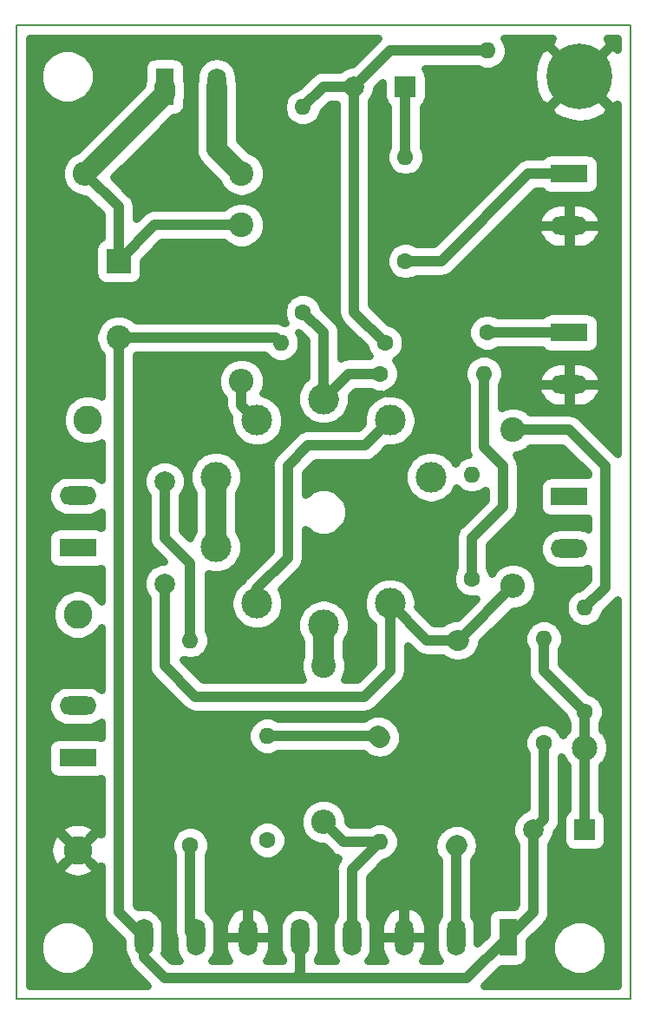
<source format=gbr>
%TF.GenerationSoftware,KiCad,Pcbnew,(5.1.5-0-10_14)*%
%TF.CreationDate,2020-09-13T21:17:04+01:00*%
%TF.ProjectId,PhasePCB,50686173-6550-4434-922e-6b696361645f,rev?*%
%TF.SameCoordinates,Original*%
%TF.FileFunction,Copper,L2,Bot*%
%TF.FilePolarity,Positive*%
%FSLAX46Y46*%
G04 Gerber Fmt 4.6, Leading zero omitted, Abs format (unit mm)*
G04 Created by KiCad (PCBNEW (5.1.5-0-10_14)) date 2020-09-13 21:17:04*
%MOMM*%
%LPD*%
G04 APERTURE LIST*
%ADD10C,0.150000*%
%ADD11C,1.600000*%
%ADD12O,1.600000X1.600000*%
%ADD13R,2.400000X2.400000*%
%ADD14C,2.400000*%
%ADD15C,6.400000*%
%ADD16C,2.800000*%
%ADD17R,3.600000X1.800000*%
%ADD18O,3.600000X1.800000*%
%ADD19R,1.800000X3.600000*%
%ADD20O,1.800000X3.600000*%
%ADD21C,3.000000*%
%ADD22O,2.400000X2.400000*%
%ADD23R,2.000000X2.000000*%
%ADD24C,2.000000*%
%ADD25C,2.500000*%
%ADD26C,1.000000*%
%ADD27C,2.000000*%
%ADD28C,0.800000*%
G04 APERTURE END LIST*
D10*
X232500000Y-57500000D02*
X172500000Y-57500000D01*
X232500000Y-152500000D02*
X232500000Y-57500000D01*
X172500000Y-152500000D02*
X232500000Y-152500000D01*
X172500000Y-57500000D02*
X172500000Y-152500000D01*
D11*
X200500000Y-85500000D03*
D12*
X200500000Y-65500000D03*
D13*
X182500000Y-80500000D03*
D14*
X182500000Y-88000000D03*
D11*
X189500000Y-137500000D03*
D12*
X189500000Y-117500000D03*
D11*
X215500000Y-137500000D03*
D12*
X215500000Y-117500000D03*
D15*
X227500000Y-62500000D03*
D11*
X208000000Y-127000000D03*
D12*
X208000000Y-137160000D03*
D11*
X197000000Y-137000000D03*
D12*
X197000000Y-126840000D03*
D16*
X178500000Y-115000000D03*
X179500000Y-96000000D03*
X178500000Y-138000000D03*
D17*
X226500000Y-103500000D03*
D18*
X226500000Y-108580000D03*
D17*
X178500000Y-129000000D03*
D18*
X178500000Y-123920000D03*
D17*
X178500000Y-108500000D03*
D18*
X178500000Y-103420000D03*
D19*
X187000000Y-63500000D03*
D20*
X192080000Y-63500000D03*
D17*
X226500000Y-87500000D03*
D18*
X226500000Y-92580000D03*
D17*
X226500000Y-72000000D03*
D18*
X226500000Y-77080000D03*
D11*
X208500000Y-88500000D03*
D12*
X198340000Y-88500000D03*
D11*
X217000000Y-111500000D03*
D12*
X217000000Y-101340000D03*
D11*
X208000000Y-91500000D03*
D12*
X218160000Y-91500000D03*
D11*
X210500000Y-80500000D03*
D12*
X210500000Y-70340000D03*
D11*
X218500000Y-87500000D03*
D12*
X218500000Y-60000000D03*
D21*
X208989435Y-113931484D03*
X202500041Y-116040367D03*
X196010602Y-113931820D03*
X192000019Y-108411708D03*
X191999956Y-101588329D03*
X196010688Y-96068136D03*
X202499959Y-93959633D03*
X208989398Y-96068180D03*
X212999981Y-101588292D03*
D14*
X194500000Y-77000000D03*
D22*
X194500000Y-92240000D03*
D14*
X202500000Y-120000000D03*
D22*
X202500000Y-135240000D03*
D14*
X221000000Y-97000000D03*
D22*
X221000000Y-112240000D03*
D14*
X194500000Y-72000000D03*
D22*
X179260000Y-72000000D03*
D23*
X210500000Y-63500000D03*
D24*
X205500000Y-63500000D03*
X187000000Y-112000000D03*
X187000000Y-102000000D03*
D19*
X220500000Y-146500000D03*
D20*
X215420000Y-146500000D03*
X210340000Y-146500000D03*
X205260000Y-146500000D03*
X200180000Y-146500000D03*
X195100000Y-146500000D03*
X190020000Y-146500000D03*
X184940000Y-146500000D03*
D23*
X228000000Y-136000000D03*
D24*
X223000000Y-136000000D03*
D25*
X228000000Y-128000000D03*
D11*
X228000000Y-124500000D03*
D12*
X228000000Y-114340000D03*
D11*
X224000000Y-127500000D03*
D12*
X224000000Y-117340000D03*
D26*
X223000000Y-136000000D02*
X223000000Y-144000000D01*
X223000000Y-144000000D02*
X220500000Y-146500000D01*
X224000000Y-127500000D02*
X224000000Y-135000000D01*
X224000000Y-135000000D02*
X223000000Y-136000000D01*
X200180000Y-146500000D02*
X200180000Y-150500000D01*
X200000000Y-150320000D02*
X200000000Y-150500000D01*
X200180000Y-150500000D02*
X200000000Y-150320000D01*
X184940000Y-146500000D02*
X184940000Y-148440000D01*
X216500000Y-150500000D02*
X220500000Y-146500000D01*
X200000000Y-150500000D02*
X216500000Y-150500000D01*
X187000000Y-150500000D02*
X200000000Y-150500000D01*
X184940000Y-148440000D02*
X187000000Y-150500000D01*
X182500000Y-88000000D02*
X182500000Y-144060000D01*
X182500000Y-144060000D02*
X184940000Y-146500000D01*
X182500000Y-88000000D02*
X197840000Y-88000000D01*
X197840000Y-88000000D02*
X198340000Y-88500000D01*
X221000000Y-97000000D02*
X226500000Y-97000000D01*
X230000000Y-112340000D02*
X228000000Y-114340000D01*
X230000000Y-100500000D02*
X230000000Y-112340000D01*
X226500000Y-97000000D02*
X230000000Y-100500000D01*
X194500000Y-77000000D02*
X186000000Y-77000000D01*
X186000000Y-77000000D02*
X182500000Y-80500000D01*
X182500000Y-80500000D02*
X182500000Y-75240000D01*
X182500000Y-75240000D02*
X179260000Y-72000000D01*
D27*
X187000000Y-63500000D02*
X187000000Y-64260000D01*
X187000000Y-64260000D02*
X179260000Y-72000000D01*
D26*
X187000000Y-112000000D02*
X187000000Y-120000000D01*
X208989435Y-120510565D02*
X208989435Y-113931484D01*
X206500000Y-123000000D02*
X208989435Y-120510565D01*
X190000000Y-123000000D02*
X206500000Y-123000000D01*
X187000000Y-120000000D02*
X190000000Y-123000000D01*
D27*
X215500000Y-117500000D02*
X215740000Y-117500000D01*
D26*
X215740000Y-117500000D02*
X221000000Y-112240000D01*
X215500000Y-117500000D02*
X212557951Y-117500000D01*
X212557951Y-117500000D02*
X208989435Y-113931484D01*
D27*
X192000019Y-108411708D02*
X192000019Y-101588392D01*
X192000019Y-101588392D02*
X191999956Y-101588329D01*
D26*
X215420000Y-146500000D02*
X215420000Y-137580000D01*
D27*
X215420000Y-137580000D02*
X215500000Y-137500000D01*
D26*
X189500000Y-137500000D02*
X189500000Y-145980000D01*
X189500000Y-145980000D02*
X190020000Y-146500000D01*
X189500000Y-117500000D02*
X189500000Y-110000000D01*
X187000000Y-107500000D02*
X187000000Y-102000000D01*
X189500000Y-110000000D02*
X187000000Y-107500000D01*
X194500000Y-92240000D02*
X194500000Y-94557448D01*
X194500000Y-94557448D02*
X196010688Y-96068136D01*
X195500000Y-95557448D02*
X196010688Y-96068136D01*
X218500000Y-87500000D02*
X226500000Y-87500000D01*
X208000000Y-91500000D02*
X204959592Y-91500000D01*
X204959592Y-91500000D02*
X202499959Y-93959633D01*
X202499959Y-93959633D02*
X202499959Y-87499959D01*
X202499959Y-87499959D02*
X200500000Y-85500000D01*
D27*
X202499959Y-93959633D02*
X203040367Y-93959633D01*
D26*
X205500000Y-63500000D02*
X205500000Y-85500000D01*
X205500000Y-85500000D02*
X208500000Y-88500000D01*
X205500000Y-63500000D02*
X202500000Y-63500000D01*
X202500000Y-63500000D02*
X200500000Y-65500000D01*
X218500000Y-60000000D02*
X209000000Y-60000000D01*
X209000000Y-60000000D02*
X205500000Y-63500000D01*
X210500000Y-70340000D02*
X210500000Y-63500000D01*
X205260000Y-146500000D02*
X205260000Y-139900000D01*
X205260000Y-139900000D02*
X208000000Y-137160000D01*
X208000000Y-137160000D02*
X204420000Y-137160000D01*
X204420000Y-137160000D02*
X202500000Y-135240000D01*
X196010602Y-113931820D02*
X196010602Y-112489398D01*
X196010602Y-112489398D02*
X199000000Y-109500000D01*
X206557578Y-98500000D02*
X208989398Y-96068180D01*
X201000000Y-98500000D02*
X206557578Y-98500000D01*
X199000000Y-100500000D02*
X201000000Y-98500000D01*
X199000000Y-109500000D02*
X199000000Y-100500000D01*
X217000000Y-111500000D02*
X217000000Y-107500000D01*
X218160000Y-98660000D02*
X218160000Y-91500000D01*
X220000000Y-100500000D02*
X218160000Y-98660000D01*
X220000000Y-104500000D02*
X220000000Y-100500000D01*
X217000000Y-107500000D02*
X220000000Y-104500000D01*
X197000000Y-126840000D02*
X207840000Y-126840000D01*
D27*
X207840000Y-126840000D02*
X208000000Y-127000000D01*
X202500000Y-120000000D02*
X202500000Y-116040408D01*
X202500000Y-116040408D02*
X202500041Y-116040367D01*
D26*
X210500000Y-80500000D02*
X214000000Y-80500000D01*
X222500000Y-72000000D02*
X226500000Y-72000000D01*
X214000000Y-80500000D02*
X222500000Y-72000000D01*
D27*
X192080000Y-63500000D02*
X192080000Y-69580000D01*
X192080000Y-69580000D02*
X194500000Y-72000000D01*
D26*
X228000000Y-136000000D02*
X228000000Y-128000000D01*
X224000000Y-117340000D02*
X224000000Y-120500000D01*
X224000000Y-120500000D02*
X228000000Y-124500000D01*
X228000000Y-124500000D02*
X228000000Y-128000000D01*
D28*
G36*
X207792103Y-58792103D02*
G01*
X207738872Y-58856965D01*
X205295837Y-61300000D01*
X205283319Y-61300000D01*
X204858284Y-61384545D01*
X204457909Y-61550385D01*
X204097582Y-61791148D01*
X204088730Y-61800000D01*
X202583499Y-61800000D01*
X202499999Y-61791776D01*
X202416499Y-61800000D01*
X202416490Y-61800000D01*
X202166742Y-61824598D01*
X201846291Y-61921806D01*
X201708817Y-61995287D01*
X201550960Y-62079663D01*
X201356968Y-62238869D01*
X201356965Y-62238872D01*
X201292103Y-62292103D01*
X201238872Y-62356965D01*
X200044393Y-63551444D01*
X199916622Y-63576859D01*
X199552645Y-63727623D01*
X199225074Y-63946499D01*
X198946499Y-64225074D01*
X198727623Y-64552645D01*
X198576859Y-64916622D01*
X198500000Y-65303017D01*
X198500000Y-65696983D01*
X198576859Y-66083378D01*
X198727623Y-66447355D01*
X198946499Y-66774926D01*
X199225074Y-67053501D01*
X199552645Y-67272377D01*
X199916622Y-67423141D01*
X200303017Y-67500000D01*
X200696983Y-67500000D01*
X201083378Y-67423141D01*
X201447355Y-67272377D01*
X201774926Y-67053501D01*
X202053501Y-66774926D01*
X202272377Y-66447355D01*
X202423141Y-66083378D01*
X202448556Y-65955607D01*
X203204163Y-65200000D01*
X203800000Y-65200000D01*
X203800001Y-85416490D01*
X203791776Y-85500000D01*
X203824599Y-85833258D01*
X203921807Y-86153709D01*
X204079663Y-86449039D01*
X204238868Y-86643031D01*
X204238877Y-86643040D01*
X204292104Y-86707897D01*
X204356961Y-86761124D01*
X206551444Y-88955607D01*
X206576859Y-89083378D01*
X206727623Y-89447355D01*
X206946499Y-89774926D01*
X206960659Y-89789086D01*
X206944325Y-89800000D01*
X205043091Y-89800000D01*
X204959591Y-89791776D01*
X204876091Y-89800000D01*
X204876082Y-89800000D01*
X204626334Y-89824598D01*
X204305883Y-89921806D01*
X204199959Y-89978423D01*
X204199959Y-87583458D01*
X204208183Y-87499958D01*
X204199959Y-87416458D01*
X204199959Y-87416449D01*
X204175361Y-87166701D01*
X204078153Y-86846250D01*
X204004202Y-86707897D01*
X203920296Y-86550919D01*
X203761090Y-86356927D01*
X203761087Y-86356924D01*
X203707856Y-86292062D01*
X203642994Y-86238831D01*
X202448556Y-85044393D01*
X202423141Y-84916622D01*
X202272377Y-84552645D01*
X202053501Y-84225074D01*
X201774926Y-83946499D01*
X201447355Y-83727623D01*
X201083378Y-83576859D01*
X200696983Y-83500000D01*
X200303017Y-83500000D01*
X199916622Y-83576859D01*
X199552645Y-83727623D01*
X199225074Y-83946499D01*
X198946499Y-84225074D01*
X198727623Y-84552645D01*
X198576859Y-84916622D01*
X198500000Y-85303017D01*
X198500000Y-85696983D01*
X198576859Y-86083378D01*
X198727623Y-86447355D01*
X198797413Y-86551803D01*
X198701059Y-86532637D01*
X198493709Y-86421806D01*
X198173258Y-86324598D01*
X197923510Y-86300000D01*
X197923500Y-86300000D01*
X197840000Y-86291776D01*
X197756500Y-86300000D01*
X184194113Y-86300000D01*
X184029911Y-86135798D01*
X183636826Y-85873147D01*
X183200054Y-85692230D01*
X182736379Y-85600000D01*
X182263621Y-85600000D01*
X181799946Y-85692230D01*
X181363174Y-85873147D01*
X180970089Y-86135798D01*
X180635798Y-86470089D01*
X180373147Y-86863174D01*
X180192230Y-87299946D01*
X180100000Y-87763621D01*
X180100000Y-88236379D01*
X180192230Y-88700054D01*
X180373147Y-89136826D01*
X180635798Y-89529911D01*
X180800000Y-89694113D01*
X180800000Y-93741639D01*
X180731562Y-93695910D01*
X180258392Y-93499917D01*
X179756078Y-93400000D01*
X179243922Y-93400000D01*
X178741608Y-93499917D01*
X178268438Y-93695910D01*
X177842597Y-93980448D01*
X177480448Y-94342597D01*
X177195910Y-94768438D01*
X176999917Y-95241608D01*
X176900000Y-95743922D01*
X176900000Y-96256078D01*
X176999917Y-96758392D01*
X177195910Y-97231562D01*
X177480448Y-97657403D01*
X177842597Y-98019552D01*
X178268438Y-98304090D01*
X178741608Y-98500083D01*
X179243922Y-98600000D01*
X179756078Y-98600000D01*
X180258392Y-98500083D01*
X180731562Y-98304090D01*
X180800000Y-98258361D01*
X180800000Y-101852299D01*
X180572343Y-101665465D01*
X180207524Y-101470465D01*
X179811672Y-101350385D01*
X179503167Y-101320000D01*
X177496833Y-101320000D01*
X177188328Y-101350385D01*
X176792476Y-101470465D01*
X176427657Y-101665465D01*
X176107891Y-101927891D01*
X175845465Y-102247657D01*
X175650465Y-102612476D01*
X175530385Y-103008328D01*
X175489839Y-103420000D01*
X175530385Y-103831672D01*
X175650465Y-104227524D01*
X175845465Y-104592343D01*
X176107891Y-104912109D01*
X176427657Y-105174535D01*
X176792476Y-105369535D01*
X177188328Y-105489615D01*
X177496833Y-105520000D01*
X179503167Y-105520000D01*
X179811672Y-105489615D01*
X180207524Y-105369535D01*
X180572343Y-105174535D01*
X180800000Y-104987701D01*
X180800000Y-106506591D01*
X180761442Y-106485981D01*
X180535241Y-106417363D01*
X180300000Y-106394194D01*
X176700000Y-106394194D01*
X176464759Y-106417363D01*
X176238558Y-106485981D01*
X176030090Y-106597409D01*
X175847366Y-106747366D01*
X175697409Y-106930090D01*
X175585981Y-107138558D01*
X175517363Y-107364759D01*
X175494194Y-107600000D01*
X175494194Y-109400000D01*
X175517363Y-109635241D01*
X175585981Y-109861442D01*
X175697409Y-110069910D01*
X175847366Y-110252634D01*
X176030090Y-110402591D01*
X176238558Y-110514019D01*
X176464759Y-110582637D01*
X176700000Y-110605806D01*
X180300000Y-110605806D01*
X180535241Y-110582637D01*
X180761442Y-110514019D01*
X180800000Y-110493409D01*
X180800000Y-113762318D01*
X180519552Y-113342597D01*
X180157403Y-112980448D01*
X179731562Y-112695910D01*
X179258392Y-112499917D01*
X178756078Y-112400000D01*
X178243922Y-112400000D01*
X177741608Y-112499917D01*
X177268438Y-112695910D01*
X176842597Y-112980448D01*
X176480448Y-113342597D01*
X176195910Y-113768438D01*
X175999917Y-114241608D01*
X175900000Y-114743922D01*
X175900000Y-115256078D01*
X175999917Y-115758392D01*
X176195910Y-116231562D01*
X176480448Y-116657403D01*
X176842597Y-117019552D01*
X177268438Y-117304090D01*
X177741608Y-117500083D01*
X178243922Y-117600000D01*
X178756078Y-117600000D01*
X179258392Y-117500083D01*
X179731562Y-117304090D01*
X180157403Y-117019552D01*
X180519552Y-116657403D01*
X180800001Y-116237682D01*
X180800001Y-122352299D01*
X180572343Y-122165465D01*
X180207524Y-121970465D01*
X179811672Y-121850385D01*
X179503167Y-121820000D01*
X177496833Y-121820000D01*
X177188328Y-121850385D01*
X176792476Y-121970465D01*
X176427657Y-122165465D01*
X176107891Y-122427891D01*
X175845465Y-122747657D01*
X175650465Y-123112476D01*
X175530385Y-123508328D01*
X175489839Y-123920000D01*
X175530385Y-124331672D01*
X175650465Y-124727524D01*
X175845465Y-125092343D01*
X176107891Y-125412109D01*
X176427657Y-125674535D01*
X176792476Y-125869535D01*
X177188328Y-125989615D01*
X177496833Y-126020000D01*
X179503167Y-126020000D01*
X179811672Y-125989615D01*
X180207524Y-125869535D01*
X180572343Y-125674535D01*
X180800001Y-125487701D01*
X180800001Y-127006591D01*
X180761442Y-126985981D01*
X180535241Y-126917363D01*
X180300000Y-126894194D01*
X176700000Y-126894194D01*
X176464759Y-126917363D01*
X176238558Y-126985981D01*
X176030090Y-127097409D01*
X175847366Y-127247366D01*
X175697409Y-127430090D01*
X175585981Y-127638558D01*
X175517363Y-127864759D01*
X175494194Y-128100000D01*
X175494194Y-129900000D01*
X175517363Y-130135241D01*
X175585981Y-130361442D01*
X175697409Y-130569910D01*
X175847366Y-130752634D01*
X176030090Y-130902591D01*
X176238558Y-131014019D01*
X176464759Y-131082637D01*
X176700000Y-131105806D01*
X180300000Y-131105806D01*
X180535241Y-131082637D01*
X180761442Y-131014019D01*
X180800001Y-130993409D01*
X180800001Y-136421888D01*
X180311267Y-136330155D01*
X178641421Y-138000000D01*
X180311267Y-139669845D01*
X180800001Y-139578112D01*
X180800001Y-143976490D01*
X180791776Y-144060000D01*
X180824599Y-144393258D01*
X180921807Y-144713709D01*
X181079663Y-145009039D01*
X181238868Y-145203031D01*
X181238877Y-145203040D01*
X181292104Y-145267897D01*
X181356961Y-145321124D01*
X182840000Y-146804163D01*
X182840000Y-147503166D01*
X182870385Y-147811671D01*
X182990465Y-148207523D01*
X183185465Y-148572343D01*
X183252904Y-148654518D01*
X183264599Y-148773258D01*
X183361807Y-149093709D01*
X183519663Y-149389039D01*
X183678868Y-149583031D01*
X183678877Y-149583040D01*
X183732104Y-149647897D01*
X183796961Y-149701124D01*
X185320837Y-151225000D01*
X173775000Y-151225000D01*
X173775000Y-147224224D01*
X174700000Y-147224224D01*
X174700000Y-147775776D01*
X174807602Y-148316730D01*
X175018672Y-148826297D01*
X175325098Y-149284896D01*
X175715104Y-149674902D01*
X176173703Y-149981328D01*
X176683270Y-150192398D01*
X177224224Y-150300000D01*
X177775776Y-150300000D01*
X178316730Y-150192398D01*
X178826297Y-149981328D01*
X179284896Y-149674902D01*
X179674902Y-149284896D01*
X179981328Y-148826297D01*
X180192398Y-148316730D01*
X180300000Y-147775776D01*
X180300000Y-147224224D01*
X180192398Y-146683270D01*
X179981328Y-146173703D01*
X179674902Y-145715104D01*
X179284896Y-145325098D01*
X178826297Y-145018672D01*
X178316730Y-144807602D01*
X177775776Y-144700000D01*
X177224224Y-144700000D01*
X176683270Y-144807602D01*
X176173703Y-145018672D01*
X175715104Y-145325098D01*
X175325098Y-145715104D01*
X175018672Y-146173703D01*
X174807602Y-146683270D01*
X174700000Y-147224224D01*
X173775000Y-147224224D01*
X173775000Y-139811267D01*
X176830155Y-139811267D01*
X176928185Y-140333549D01*
X177413640Y-140595356D01*
X177940843Y-140757425D01*
X178489533Y-140813528D01*
X179038627Y-140761509D01*
X179567021Y-140603366D01*
X180054410Y-140345177D01*
X180071815Y-140333549D01*
X180169845Y-139811267D01*
X178500000Y-138141421D01*
X176830155Y-139811267D01*
X173775000Y-139811267D01*
X173775000Y-137989533D01*
X175686472Y-137989533D01*
X175738491Y-138538627D01*
X175896634Y-139067021D01*
X176154823Y-139554410D01*
X176166451Y-139571815D01*
X176688733Y-139669845D01*
X178358579Y-138000000D01*
X176688733Y-136330155D01*
X176166451Y-136428185D01*
X175904644Y-136913640D01*
X175742575Y-137440843D01*
X175686472Y-137989533D01*
X173775000Y-137989533D01*
X173775000Y-136188733D01*
X176830155Y-136188733D01*
X178500000Y-137858579D01*
X180169845Y-136188733D01*
X180071815Y-135666451D01*
X179586360Y-135404644D01*
X179059157Y-135242575D01*
X178510467Y-135186472D01*
X177961373Y-135238491D01*
X177432979Y-135396634D01*
X176945590Y-135654823D01*
X176928185Y-135666451D01*
X176830155Y-136188733D01*
X173775000Y-136188733D01*
X173775000Y-71763621D01*
X176860000Y-71763621D01*
X176860000Y-72236379D01*
X176952230Y-72700054D01*
X177133147Y-73136826D01*
X177395798Y-73529911D01*
X177730089Y-73864202D01*
X178123174Y-74126853D01*
X178559946Y-74307770D01*
X179023621Y-74400000D01*
X179255837Y-74400000D01*
X180800001Y-75944164D01*
X180800000Y-78206590D01*
X180630090Y-78297409D01*
X180447366Y-78447366D01*
X180297409Y-78630090D01*
X180185981Y-78838558D01*
X180117363Y-79064759D01*
X180094194Y-79300000D01*
X180094194Y-81700000D01*
X180117363Y-81935241D01*
X180185981Y-82161442D01*
X180297409Y-82369910D01*
X180447366Y-82552634D01*
X180630090Y-82702591D01*
X180838558Y-82814019D01*
X181064759Y-82882637D01*
X181300000Y-82905806D01*
X183700000Y-82905806D01*
X183935241Y-82882637D01*
X184161442Y-82814019D01*
X184369910Y-82702591D01*
X184552634Y-82552634D01*
X184702591Y-82369910D01*
X184814019Y-82161442D01*
X184882637Y-81935241D01*
X184905806Y-81700000D01*
X184905806Y-80498357D01*
X186704163Y-78700000D01*
X192805887Y-78700000D01*
X192970089Y-78864202D01*
X193363174Y-79126853D01*
X193799946Y-79307770D01*
X194263621Y-79400000D01*
X194736379Y-79400000D01*
X195200054Y-79307770D01*
X195636826Y-79126853D01*
X196029911Y-78864202D01*
X196364202Y-78529911D01*
X196626853Y-78136826D01*
X196807770Y-77700054D01*
X196900000Y-77236379D01*
X196900000Y-76763621D01*
X196807770Y-76299946D01*
X196626853Y-75863174D01*
X196364202Y-75470089D01*
X196029911Y-75135798D01*
X195636826Y-74873147D01*
X195200054Y-74692230D01*
X194736379Y-74600000D01*
X194263621Y-74600000D01*
X193799946Y-74692230D01*
X193363174Y-74873147D01*
X192970089Y-75135798D01*
X192805887Y-75300000D01*
X186083491Y-75300000D01*
X185999999Y-75291777D01*
X185916507Y-75300000D01*
X185916490Y-75300000D01*
X185666742Y-75324598D01*
X185346291Y-75421806D01*
X185050961Y-75579663D01*
X185050959Y-75579664D01*
X185050960Y-75579664D01*
X184856968Y-75738869D01*
X184856965Y-75738872D01*
X184792103Y-75792103D01*
X184738872Y-75856965D01*
X184200000Y-76395837D01*
X184200000Y-75323500D01*
X184208224Y-75240000D01*
X184200000Y-75156500D01*
X184200000Y-75156490D01*
X184175402Y-74906742D01*
X184078194Y-74586291D01*
X184004713Y-74448817D01*
X183920337Y-74290960D01*
X183761132Y-74096969D01*
X183761128Y-74096965D01*
X183707897Y-74032103D01*
X183643035Y-73978872D01*
X182017716Y-72353553D01*
X184791269Y-69580000D01*
X189869357Y-69580000D01*
X189911834Y-70011275D01*
X190037631Y-70425976D01*
X190241917Y-70808168D01*
X190394187Y-70993708D01*
X190516840Y-71143161D01*
X190600784Y-71212052D01*
X192265377Y-72876646D01*
X192373147Y-73136826D01*
X192635798Y-73529911D01*
X192970089Y-73864202D01*
X193363174Y-74126853D01*
X193799946Y-74307770D01*
X194263621Y-74400000D01*
X194736379Y-74400000D01*
X195200054Y-74307770D01*
X195636826Y-74126853D01*
X196029911Y-73864202D01*
X196364202Y-73529911D01*
X196626853Y-73136826D01*
X196807770Y-72700054D01*
X196900000Y-72236379D01*
X196900000Y-71763621D01*
X196807770Y-71299946D01*
X196626853Y-70863174D01*
X196364202Y-70470089D01*
X196029911Y-70135798D01*
X195636826Y-69873147D01*
X195376646Y-69765377D01*
X194280000Y-68668731D01*
X194280000Y-63391930D01*
X194248167Y-63068725D01*
X194180000Y-62844008D01*
X194180000Y-62496833D01*
X194149615Y-62188328D01*
X194029535Y-61792476D01*
X193834535Y-61427657D01*
X193572109Y-61107891D01*
X193252343Y-60845465D01*
X192887523Y-60650465D01*
X192491671Y-60530385D01*
X192080000Y-60489839D01*
X191668328Y-60530385D01*
X191272476Y-60650465D01*
X190907657Y-60845465D01*
X190587891Y-61107891D01*
X190325465Y-61427657D01*
X190130465Y-61792477D01*
X190010385Y-62188329D01*
X189980000Y-62496834D01*
X189980000Y-62844009D01*
X189911833Y-63068726D01*
X189880000Y-63391931D01*
X189880001Y-69471930D01*
X189869357Y-69580000D01*
X184791269Y-69580000D01*
X187865463Y-66505806D01*
X187900000Y-66505806D01*
X188135241Y-66482637D01*
X188361442Y-66414019D01*
X188569910Y-66302591D01*
X188752634Y-66152634D01*
X188902591Y-65969910D01*
X189014019Y-65761442D01*
X189082637Y-65535241D01*
X189105806Y-65300000D01*
X189105806Y-64896851D01*
X189146976Y-64761132D01*
X189168167Y-64691274D01*
X189200000Y-64368069D01*
X189200000Y-64368060D01*
X189210643Y-64260000D01*
X189200000Y-64151940D01*
X189200000Y-63391930D01*
X189168167Y-63068725D01*
X189105806Y-62863148D01*
X189105806Y-61700000D01*
X189082637Y-61464759D01*
X189014019Y-61238558D01*
X188902591Y-61030090D01*
X188752634Y-60847366D01*
X188569910Y-60697409D01*
X188361442Y-60585981D01*
X188135241Y-60517363D01*
X187900000Y-60494194D01*
X186100000Y-60494194D01*
X185864759Y-60517363D01*
X185638558Y-60585981D01*
X185430090Y-60697409D01*
X185247366Y-60847366D01*
X185097409Y-61030090D01*
X184985981Y-61238558D01*
X184917363Y-61464759D01*
X184894194Y-61700000D01*
X184894194Y-62863149D01*
X184831833Y-63068726D01*
X184804720Y-63344011D01*
X178383356Y-69765376D01*
X178123174Y-69873147D01*
X177730089Y-70135798D01*
X177395798Y-70470089D01*
X177133147Y-70863174D01*
X176952230Y-71299946D01*
X176860000Y-71763621D01*
X173775000Y-71763621D01*
X173775000Y-62224224D01*
X174700000Y-62224224D01*
X174700000Y-62775776D01*
X174807602Y-63316730D01*
X175018672Y-63826297D01*
X175325098Y-64284896D01*
X175715104Y-64674902D01*
X176173703Y-64981328D01*
X176683270Y-65192398D01*
X177224224Y-65300000D01*
X177775776Y-65300000D01*
X178316730Y-65192398D01*
X178826297Y-64981328D01*
X179284896Y-64674902D01*
X179674902Y-64284896D01*
X179981328Y-63826297D01*
X180192398Y-63316730D01*
X180300000Y-62775776D01*
X180300000Y-62224224D01*
X180192398Y-61683270D01*
X179981328Y-61173703D01*
X179674902Y-60715104D01*
X179284896Y-60325098D01*
X178826297Y-60018672D01*
X178316730Y-59807602D01*
X177775776Y-59700000D01*
X177224224Y-59700000D01*
X176683270Y-59807602D01*
X176173703Y-60018672D01*
X175715104Y-60325098D01*
X175325098Y-60715104D01*
X175018672Y-61173703D01*
X174807602Y-61683270D01*
X174700000Y-62224224D01*
X173775000Y-62224224D01*
X173775000Y-58775000D01*
X207812943Y-58775000D01*
X207792103Y-58792103D01*
G37*
X207792103Y-58792103D02*
X207738872Y-58856965D01*
X205295837Y-61300000D01*
X205283319Y-61300000D01*
X204858284Y-61384545D01*
X204457909Y-61550385D01*
X204097582Y-61791148D01*
X204088730Y-61800000D01*
X202583499Y-61800000D01*
X202499999Y-61791776D01*
X202416499Y-61800000D01*
X202416490Y-61800000D01*
X202166742Y-61824598D01*
X201846291Y-61921806D01*
X201708817Y-61995287D01*
X201550960Y-62079663D01*
X201356968Y-62238869D01*
X201356965Y-62238872D01*
X201292103Y-62292103D01*
X201238872Y-62356965D01*
X200044393Y-63551444D01*
X199916622Y-63576859D01*
X199552645Y-63727623D01*
X199225074Y-63946499D01*
X198946499Y-64225074D01*
X198727623Y-64552645D01*
X198576859Y-64916622D01*
X198500000Y-65303017D01*
X198500000Y-65696983D01*
X198576859Y-66083378D01*
X198727623Y-66447355D01*
X198946499Y-66774926D01*
X199225074Y-67053501D01*
X199552645Y-67272377D01*
X199916622Y-67423141D01*
X200303017Y-67500000D01*
X200696983Y-67500000D01*
X201083378Y-67423141D01*
X201447355Y-67272377D01*
X201774926Y-67053501D01*
X202053501Y-66774926D01*
X202272377Y-66447355D01*
X202423141Y-66083378D01*
X202448556Y-65955607D01*
X203204163Y-65200000D01*
X203800000Y-65200000D01*
X203800001Y-85416490D01*
X203791776Y-85500000D01*
X203824599Y-85833258D01*
X203921807Y-86153709D01*
X204079663Y-86449039D01*
X204238868Y-86643031D01*
X204238877Y-86643040D01*
X204292104Y-86707897D01*
X204356961Y-86761124D01*
X206551444Y-88955607D01*
X206576859Y-89083378D01*
X206727623Y-89447355D01*
X206946499Y-89774926D01*
X206960659Y-89789086D01*
X206944325Y-89800000D01*
X205043091Y-89800000D01*
X204959591Y-89791776D01*
X204876091Y-89800000D01*
X204876082Y-89800000D01*
X204626334Y-89824598D01*
X204305883Y-89921806D01*
X204199959Y-89978423D01*
X204199959Y-87583458D01*
X204208183Y-87499958D01*
X204199959Y-87416458D01*
X204199959Y-87416449D01*
X204175361Y-87166701D01*
X204078153Y-86846250D01*
X204004202Y-86707897D01*
X203920296Y-86550919D01*
X203761090Y-86356927D01*
X203761087Y-86356924D01*
X203707856Y-86292062D01*
X203642994Y-86238831D01*
X202448556Y-85044393D01*
X202423141Y-84916622D01*
X202272377Y-84552645D01*
X202053501Y-84225074D01*
X201774926Y-83946499D01*
X201447355Y-83727623D01*
X201083378Y-83576859D01*
X200696983Y-83500000D01*
X200303017Y-83500000D01*
X199916622Y-83576859D01*
X199552645Y-83727623D01*
X199225074Y-83946499D01*
X198946499Y-84225074D01*
X198727623Y-84552645D01*
X198576859Y-84916622D01*
X198500000Y-85303017D01*
X198500000Y-85696983D01*
X198576859Y-86083378D01*
X198727623Y-86447355D01*
X198797413Y-86551803D01*
X198701059Y-86532637D01*
X198493709Y-86421806D01*
X198173258Y-86324598D01*
X197923510Y-86300000D01*
X197923500Y-86300000D01*
X197840000Y-86291776D01*
X197756500Y-86300000D01*
X184194113Y-86300000D01*
X184029911Y-86135798D01*
X183636826Y-85873147D01*
X183200054Y-85692230D01*
X182736379Y-85600000D01*
X182263621Y-85600000D01*
X181799946Y-85692230D01*
X181363174Y-85873147D01*
X180970089Y-86135798D01*
X180635798Y-86470089D01*
X180373147Y-86863174D01*
X180192230Y-87299946D01*
X180100000Y-87763621D01*
X180100000Y-88236379D01*
X180192230Y-88700054D01*
X180373147Y-89136826D01*
X180635798Y-89529911D01*
X180800000Y-89694113D01*
X180800000Y-93741639D01*
X180731562Y-93695910D01*
X180258392Y-93499917D01*
X179756078Y-93400000D01*
X179243922Y-93400000D01*
X178741608Y-93499917D01*
X178268438Y-93695910D01*
X177842597Y-93980448D01*
X177480448Y-94342597D01*
X177195910Y-94768438D01*
X176999917Y-95241608D01*
X176900000Y-95743922D01*
X176900000Y-96256078D01*
X176999917Y-96758392D01*
X177195910Y-97231562D01*
X177480448Y-97657403D01*
X177842597Y-98019552D01*
X178268438Y-98304090D01*
X178741608Y-98500083D01*
X179243922Y-98600000D01*
X179756078Y-98600000D01*
X180258392Y-98500083D01*
X180731562Y-98304090D01*
X180800000Y-98258361D01*
X180800000Y-101852299D01*
X180572343Y-101665465D01*
X180207524Y-101470465D01*
X179811672Y-101350385D01*
X179503167Y-101320000D01*
X177496833Y-101320000D01*
X177188328Y-101350385D01*
X176792476Y-101470465D01*
X176427657Y-101665465D01*
X176107891Y-101927891D01*
X175845465Y-102247657D01*
X175650465Y-102612476D01*
X175530385Y-103008328D01*
X175489839Y-103420000D01*
X175530385Y-103831672D01*
X175650465Y-104227524D01*
X175845465Y-104592343D01*
X176107891Y-104912109D01*
X176427657Y-105174535D01*
X176792476Y-105369535D01*
X177188328Y-105489615D01*
X177496833Y-105520000D01*
X179503167Y-105520000D01*
X179811672Y-105489615D01*
X180207524Y-105369535D01*
X180572343Y-105174535D01*
X180800000Y-104987701D01*
X180800000Y-106506591D01*
X180761442Y-106485981D01*
X180535241Y-106417363D01*
X180300000Y-106394194D01*
X176700000Y-106394194D01*
X176464759Y-106417363D01*
X176238558Y-106485981D01*
X176030090Y-106597409D01*
X175847366Y-106747366D01*
X175697409Y-106930090D01*
X175585981Y-107138558D01*
X175517363Y-107364759D01*
X175494194Y-107600000D01*
X175494194Y-109400000D01*
X175517363Y-109635241D01*
X175585981Y-109861442D01*
X175697409Y-110069910D01*
X175847366Y-110252634D01*
X176030090Y-110402591D01*
X176238558Y-110514019D01*
X176464759Y-110582637D01*
X176700000Y-110605806D01*
X180300000Y-110605806D01*
X180535241Y-110582637D01*
X180761442Y-110514019D01*
X180800000Y-110493409D01*
X180800000Y-113762318D01*
X180519552Y-113342597D01*
X180157403Y-112980448D01*
X179731562Y-112695910D01*
X179258392Y-112499917D01*
X178756078Y-112400000D01*
X178243922Y-112400000D01*
X177741608Y-112499917D01*
X177268438Y-112695910D01*
X176842597Y-112980448D01*
X176480448Y-113342597D01*
X176195910Y-113768438D01*
X175999917Y-114241608D01*
X175900000Y-114743922D01*
X175900000Y-115256078D01*
X175999917Y-115758392D01*
X176195910Y-116231562D01*
X176480448Y-116657403D01*
X176842597Y-117019552D01*
X177268438Y-117304090D01*
X177741608Y-117500083D01*
X178243922Y-117600000D01*
X178756078Y-117600000D01*
X179258392Y-117500083D01*
X179731562Y-117304090D01*
X180157403Y-117019552D01*
X180519552Y-116657403D01*
X180800001Y-116237682D01*
X180800001Y-122352299D01*
X180572343Y-122165465D01*
X180207524Y-121970465D01*
X179811672Y-121850385D01*
X179503167Y-121820000D01*
X177496833Y-121820000D01*
X177188328Y-121850385D01*
X176792476Y-121970465D01*
X176427657Y-122165465D01*
X176107891Y-122427891D01*
X175845465Y-122747657D01*
X175650465Y-123112476D01*
X175530385Y-123508328D01*
X175489839Y-123920000D01*
X175530385Y-124331672D01*
X175650465Y-124727524D01*
X175845465Y-125092343D01*
X176107891Y-125412109D01*
X176427657Y-125674535D01*
X176792476Y-125869535D01*
X177188328Y-125989615D01*
X177496833Y-126020000D01*
X179503167Y-126020000D01*
X179811672Y-125989615D01*
X180207524Y-125869535D01*
X180572343Y-125674535D01*
X180800001Y-125487701D01*
X180800001Y-127006591D01*
X180761442Y-126985981D01*
X180535241Y-126917363D01*
X180300000Y-126894194D01*
X176700000Y-126894194D01*
X176464759Y-126917363D01*
X176238558Y-126985981D01*
X176030090Y-127097409D01*
X175847366Y-127247366D01*
X175697409Y-127430090D01*
X175585981Y-127638558D01*
X175517363Y-127864759D01*
X175494194Y-128100000D01*
X175494194Y-129900000D01*
X175517363Y-130135241D01*
X175585981Y-130361442D01*
X175697409Y-130569910D01*
X175847366Y-130752634D01*
X176030090Y-130902591D01*
X176238558Y-131014019D01*
X176464759Y-131082637D01*
X176700000Y-131105806D01*
X180300000Y-131105806D01*
X180535241Y-131082637D01*
X180761442Y-131014019D01*
X180800001Y-130993409D01*
X180800001Y-136421888D01*
X180311267Y-136330155D01*
X178641421Y-138000000D01*
X180311267Y-139669845D01*
X180800001Y-139578112D01*
X180800001Y-143976490D01*
X180791776Y-144060000D01*
X180824599Y-144393258D01*
X180921807Y-144713709D01*
X181079663Y-145009039D01*
X181238868Y-145203031D01*
X181238877Y-145203040D01*
X181292104Y-145267897D01*
X181356961Y-145321124D01*
X182840000Y-146804163D01*
X182840000Y-147503166D01*
X182870385Y-147811671D01*
X182990465Y-148207523D01*
X183185465Y-148572343D01*
X183252904Y-148654518D01*
X183264599Y-148773258D01*
X183361807Y-149093709D01*
X183519663Y-149389039D01*
X183678868Y-149583031D01*
X183678877Y-149583040D01*
X183732104Y-149647897D01*
X183796961Y-149701124D01*
X185320837Y-151225000D01*
X173775000Y-151225000D01*
X173775000Y-147224224D01*
X174700000Y-147224224D01*
X174700000Y-147775776D01*
X174807602Y-148316730D01*
X175018672Y-148826297D01*
X175325098Y-149284896D01*
X175715104Y-149674902D01*
X176173703Y-149981328D01*
X176683270Y-150192398D01*
X177224224Y-150300000D01*
X177775776Y-150300000D01*
X178316730Y-150192398D01*
X178826297Y-149981328D01*
X179284896Y-149674902D01*
X179674902Y-149284896D01*
X179981328Y-148826297D01*
X180192398Y-148316730D01*
X180300000Y-147775776D01*
X180300000Y-147224224D01*
X180192398Y-146683270D01*
X179981328Y-146173703D01*
X179674902Y-145715104D01*
X179284896Y-145325098D01*
X178826297Y-145018672D01*
X178316730Y-144807602D01*
X177775776Y-144700000D01*
X177224224Y-144700000D01*
X176683270Y-144807602D01*
X176173703Y-145018672D01*
X175715104Y-145325098D01*
X175325098Y-145715104D01*
X175018672Y-146173703D01*
X174807602Y-146683270D01*
X174700000Y-147224224D01*
X173775000Y-147224224D01*
X173775000Y-139811267D01*
X176830155Y-139811267D01*
X176928185Y-140333549D01*
X177413640Y-140595356D01*
X177940843Y-140757425D01*
X178489533Y-140813528D01*
X179038627Y-140761509D01*
X179567021Y-140603366D01*
X180054410Y-140345177D01*
X180071815Y-140333549D01*
X180169845Y-139811267D01*
X178500000Y-138141421D01*
X176830155Y-139811267D01*
X173775000Y-139811267D01*
X173775000Y-137989533D01*
X175686472Y-137989533D01*
X175738491Y-138538627D01*
X175896634Y-139067021D01*
X176154823Y-139554410D01*
X176166451Y-139571815D01*
X176688733Y-139669845D01*
X178358579Y-138000000D01*
X176688733Y-136330155D01*
X176166451Y-136428185D01*
X175904644Y-136913640D01*
X175742575Y-137440843D01*
X175686472Y-137989533D01*
X173775000Y-137989533D01*
X173775000Y-136188733D01*
X176830155Y-136188733D01*
X178500000Y-137858579D01*
X180169845Y-136188733D01*
X180071815Y-135666451D01*
X179586360Y-135404644D01*
X179059157Y-135242575D01*
X178510467Y-135186472D01*
X177961373Y-135238491D01*
X177432979Y-135396634D01*
X176945590Y-135654823D01*
X176928185Y-135666451D01*
X176830155Y-136188733D01*
X173775000Y-136188733D01*
X173775000Y-71763621D01*
X176860000Y-71763621D01*
X176860000Y-72236379D01*
X176952230Y-72700054D01*
X177133147Y-73136826D01*
X177395798Y-73529911D01*
X177730089Y-73864202D01*
X178123174Y-74126853D01*
X178559946Y-74307770D01*
X179023621Y-74400000D01*
X179255837Y-74400000D01*
X180800001Y-75944164D01*
X180800000Y-78206590D01*
X180630090Y-78297409D01*
X180447366Y-78447366D01*
X180297409Y-78630090D01*
X180185981Y-78838558D01*
X180117363Y-79064759D01*
X180094194Y-79300000D01*
X180094194Y-81700000D01*
X180117363Y-81935241D01*
X180185981Y-82161442D01*
X180297409Y-82369910D01*
X180447366Y-82552634D01*
X180630090Y-82702591D01*
X180838558Y-82814019D01*
X181064759Y-82882637D01*
X181300000Y-82905806D01*
X183700000Y-82905806D01*
X183935241Y-82882637D01*
X184161442Y-82814019D01*
X184369910Y-82702591D01*
X184552634Y-82552634D01*
X184702591Y-82369910D01*
X184814019Y-82161442D01*
X184882637Y-81935241D01*
X184905806Y-81700000D01*
X184905806Y-80498357D01*
X186704163Y-78700000D01*
X192805887Y-78700000D01*
X192970089Y-78864202D01*
X193363174Y-79126853D01*
X193799946Y-79307770D01*
X194263621Y-79400000D01*
X194736379Y-79400000D01*
X195200054Y-79307770D01*
X195636826Y-79126853D01*
X196029911Y-78864202D01*
X196364202Y-78529911D01*
X196626853Y-78136826D01*
X196807770Y-77700054D01*
X196900000Y-77236379D01*
X196900000Y-76763621D01*
X196807770Y-76299946D01*
X196626853Y-75863174D01*
X196364202Y-75470089D01*
X196029911Y-75135798D01*
X195636826Y-74873147D01*
X195200054Y-74692230D01*
X194736379Y-74600000D01*
X194263621Y-74600000D01*
X193799946Y-74692230D01*
X193363174Y-74873147D01*
X192970089Y-75135798D01*
X192805887Y-75300000D01*
X186083491Y-75300000D01*
X185999999Y-75291777D01*
X185916507Y-75300000D01*
X185916490Y-75300000D01*
X185666742Y-75324598D01*
X185346291Y-75421806D01*
X185050961Y-75579663D01*
X185050959Y-75579664D01*
X185050960Y-75579664D01*
X184856968Y-75738869D01*
X184856965Y-75738872D01*
X184792103Y-75792103D01*
X184738872Y-75856965D01*
X184200000Y-76395837D01*
X184200000Y-75323500D01*
X184208224Y-75240000D01*
X184200000Y-75156500D01*
X184200000Y-75156490D01*
X184175402Y-74906742D01*
X184078194Y-74586291D01*
X184004713Y-74448817D01*
X183920337Y-74290960D01*
X183761132Y-74096969D01*
X183761128Y-74096965D01*
X183707897Y-74032103D01*
X183643035Y-73978872D01*
X182017716Y-72353553D01*
X184791269Y-69580000D01*
X189869357Y-69580000D01*
X189911834Y-70011275D01*
X190037631Y-70425976D01*
X190241917Y-70808168D01*
X190394187Y-70993708D01*
X190516840Y-71143161D01*
X190600784Y-71212052D01*
X192265377Y-72876646D01*
X192373147Y-73136826D01*
X192635798Y-73529911D01*
X192970089Y-73864202D01*
X193363174Y-74126853D01*
X193799946Y-74307770D01*
X194263621Y-74400000D01*
X194736379Y-74400000D01*
X195200054Y-74307770D01*
X195636826Y-74126853D01*
X196029911Y-73864202D01*
X196364202Y-73529911D01*
X196626853Y-73136826D01*
X196807770Y-72700054D01*
X196900000Y-72236379D01*
X196900000Y-71763621D01*
X196807770Y-71299946D01*
X196626853Y-70863174D01*
X196364202Y-70470089D01*
X196029911Y-70135798D01*
X195636826Y-69873147D01*
X195376646Y-69765377D01*
X194280000Y-68668731D01*
X194280000Y-63391930D01*
X194248167Y-63068725D01*
X194180000Y-62844008D01*
X194180000Y-62496833D01*
X194149615Y-62188328D01*
X194029535Y-61792476D01*
X193834535Y-61427657D01*
X193572109Y-61107891D01*
X193252343Y-60845465D01*
X192887523Y-60650465D01*
X192491671Y-60530385D01*
X192080000Y-60489839D01*
X191668328Y-60530385D01*
X191272476Y-60650465D01*
X190907657Y-60845465D01*
X190587891Y-61107891D01*
X190325465Y-61427657D01*
X190130465Y-61792477D01*
X190010385Y-62188329D01*
X189980000Y-62496834D01*
X189980000Y-62844009D01*
X189911833Y-63068726D01*
X189880000Y-63391931D01*
X189880001Y-69471930D01*
X189869357Y-69580000D01*
X184791269Y-69580000D01*
X187865463Y-66505806D01*
X187900000Y-66505806D01*
X188135241Y-66482637D01*
X188361442Y-66414019D01*
X188569910Y-66302591D01*
X188752634Y-66152634D01*
X188902591Y-65969910D01*
X189014019Y-65761442D01*
X189082637Y-65535241D01*
X189105806Y-65300000D01*
X189105806Y-64896851D01*
X189146976Y-64761132D01*
X189168167Y-64691274D01*
X189200000Y-64368069D01*
X189200000Y-64368060D01*
X189210643Y-64260000D01*
X189200000Y-64151940D01*
X189200000Y-63391930D01*
X189168167Y-63068725D01*
X189105806Y-62863148D01*
X189105806Y-61700000D01*
X189082637Y-61464759D01*
X189014019Y-61238558D01*
X188902591Y-61030090D01*
X188752634Y-60847366D01*
X188569910Y-60697409D01*
X188361442Y-60585981D01*
X188135241Y-60517363D01*
X187900000Y-60494194D01*
X186100000Y-60494194D01*
X185864759Y-60517363D01*
X185638558Y-60585981D01*
X185430090Y-60697409D01*
X185247366Y-60847366D01*
X185097409Y-61030090D01*
X184985981Y-61238558D01*
X184917363Y-61464759D01*
X184894194Y-61700000D01*
X184894194Y-62863149D01*
X184831833Y-63068726D01*
X184804720Y-63344011D01*
X178383356Y-69765376D01*
X178123174Y-69873147D01*
X177730089Y-70135798D01*
X177395798Y-70470089D01*
X177133147Y-70863174D01*
X176952230Y-71299946D01*
X176860000Y-71763621D01*
X173775000Y-71763621D01*
X173775000Y-62224224D01*
X174700000Y-62224224D01*
X174700000Y-62775776D01*
X174807602Y-63316730D01*
X175018672Y-63826297D01*
X175325098Y-64284896D01*
X175715104Y-64674902D01*
X176173703Y-64981328D01*
X176683270Y-65192398D01*
X177224224Y-65300000D01*
X177775776Y-65300000D01*
X178316730Y-65192398D01*
X178826297Y-64981328D01*
X179284896Y-64674902D01*
X179674902Y-64284896D01*
X179981328Y-63826297D01*
X180192398Y-63316730D01*
X180300000Y-62775776D01*
X180300000Y-62224224D01*
X180192398Y-61683270D01*
X179981328Y-61173703D01*
X179674902Y-60715104D01*
X179284896Y-60325098D01*
X178826297Y-60018672D01*
X178316730Y-59807602D01*
X177775776Y-59700000D01*
X177224224Y-59700000D01*
X176683270Y-59807602D01*
X176173703Y-60018672D01*
X175715104Y-60325098D01*
X175325098Y-60715104D01*
X175018672Y-61173703D01*
X174807602Y-61683270D01*
X174700000Y-62224224D01*
X173775000Y-62224224D01*
X173775000Y-58775000D01*
X207812943Y-58775000D01*
X207792103Y-58792103D01*
G36*
X224550597Y-59409175D02*
G01*
X227500000Y-62358579D01*
X230449403Y-59409175D01*
X230167531Y-58775000D01*
X231225001Y-58775000D01*
X231225001Y-59832469D01*
X230590825Y-59550597D01*
X227641421Y-62500000D01*
X230590825Y-65449403D01*
X231225001Y-65167531D01*
X231225001Y-99312944D01*
X231207897Y-99292103D01*
X231143036Y-99238873D01*
X227761128Y-95856965D01*
X227707897Y-95792103D01*
X227643035Y-95738872D01*
X227643031Y-95738868D01*
X227449039Y-95579663D01*
X227153709Y-95421806D01*
X226833258Y-95324598D01*
X226583510Y-95300000D01*
X226583500Y-95300000D01*
X226500000Y-95291776D01*
X226416500Y-95300000D01*
X222694113Y-95300000D01*
X222529911Y-95135798D01*
X222136826Y-94873147D01*
X221700054Y-94692230D01*
X221236379Y-94600000D01*
X220763621Y-94600000D01*
X220299946Y-94692230D01*
X219863174Y-94873147D01*
X219860000Y-94875268D01*
X219860000Y-93038228D01*
X223346108Y-93038228D01*
X223436808Y-93367784D01*
X223632062Y-93774665D01*
X223902943Y-94135635D01*
X224239041Y-94436823D01*
X224627440Y-94666655D01*
X225053214Y-94816297D01*
X225500000Y-94880000D01*
X226400000Y-94880000D01*
X226400000Y-92680000D01*
X226600000Y-92680000D01*
X226600000Y-94880000D01*
X227500000Y-94880000D01*
X227946786Y-94816297D01*
X228372560Y-94666655D01*
X228760959Y-94436823D01*
X229097057Y-94135635D01*
X229367938Y-93774665D01*
X229563192Y-93367784D01*
X229653892Y-93038228D01*
X229347434Y-92680000D01*
X226600000Y-92680000D01*
X226400000Y-92680000D01*
X223652566Y-92680000D01*
X223346108Y-93038228D01*
X219860000Y-93038228D01*
X219860000Y-92555675D01*
X219932377Y-92447355D01*
X220067237Y-92121772D01*
X223346108Y-92121772D01*
X223652566Y-92480000D01*
X226400000Y-92480000D01*
X226400000Y-90280000D01*
X226600000Y-90280000D01*
X226600000Y-92480000D01*
X229347434Y-92480000D01*
X229653892Y-92121772D01*
X229563192Y-91792216D01*
X229367938Y-91385335D01*
X229097057Y-91024365D01*
X228760959Y-90723177D01*
X228372560Y-90493345D01*
X227946786Y-90343703D01*
X227500000Y-90280000D01*
X226600000Y-90280000D01*
X226400000Y-90280000D01*
X225500000Y-90280000D01*
X225053214Y-90343703D01*
X224627440Y-90493345D01*
X224239041Y-90723177D01*
X223902943Y-91024365D01*
X223632062Y-91385335D01*
X223436808Y-91792216D01*
X223346108Y-92121772D01*
X220067237Y-92121772D01*
X220083141Y-92083378D01*
X220160000Y-91696983D01*
X220160000Y-91303017D01*
X220083141Y-90916622D01*
X219932377Y-90552645D01*
X219713501Y-90225074D01*
X219434926Y-89946499D01*
X219107355Y-89727623D01*
X218743378Y-89576859D01*
X218356983Y-89500000D01*
X218696983Y-89500000D01*
X219083378Y-89423141D01*
X219447355Y-89272377D01*
X219555675Y-89200000D01*
X223804171Y-89200000D01*
X223847366Y-89252634D01*
X224030090Y-89402591D01*
X224238558Y-89514019D01*
X224464759Y-89582637D01*
X224700000Y-89605806D01*
X228300000Y-89605806D01*
X228535241Y-89582637D01*
X228761442Y-89514019D01*
X228969910Y-89402591D01*
X229152634Y-89252634D01*
X229302591Y-89069910D01*
X229414019Y-88861442D01*
X229482637Y-88635241D01*
X229505806Y-88400000D01*
X229505806Y-86600000D01*
X229482637Y-86364759D01*
X229414019Y-86138558D01*
X229302591Y-85930090D01*
X229152634Y-85747366D01*
X228969910Y-85597409D01*
X228761442Y-85485981D01*
X228535241Y-85417363D01*
X228300000Y-85394194D01*
X224700000Y-85394194D01*
X224464759Y-85417363D01*
X224238558Y-85485981D01*
X224030090Y-85597409D01*
X223847366Y-85747366D01*
X223804171Y-85800000D01*
X219555675Y-85800000D01*
X219447355Y-85727623D01*
X219083378Y-85576859D01*
X218696983Y-85500000D01*
X218303017Y-85500000D01*
X217916622Y-85576859D01*
X217552645Y-85727623D01*
X217225074Y-85946499D01*
X216946499Y-86225074D01*
X216727623Y-86552645D01*
X216576859Y-86916622D01*
X216500000Y-87303017D01*
X216500000Y-87696983D01*
X216576859Y-88083378D01*
X216727623Y-88447355D01*
X216946499Y-88774926D01*
X217225074Y-89053501D01*
X217552645Y-89272377D01*
X217916622Y-89423141D01*
X218303017Y-89500000D01*
X217963017Y-89500000D01*
X217576622Y-89576859D01*
X217212645Y-89727623D01*
X216885074Y-89946499D01*
X216606499Y-90225074D01*
X216387623Y-90552645D01*
X216236859Y-90916622D01*
X216160000Y-91303017D01*
X216160000Y-91696983D01*
X216236859Y-92083378D01*
X216387623Y-92447355D01*
X216460001Y-92555676D01*
X216460000Y-98576500D01*
X216451776Y-98660000D01*
X216460000Y-98743500D01*
X216460000Y-98743509D01*
X216484598Y-98993257D01*
X216581806Y-99313708D01*
X216615768Y-99377246D01*
X216416622Y-99416859D01*
X216052645Y-99567623D01*
X215725074Y-99786499D01*
X215446499Y-100065074D01*
X215337980Y-100227483D01*
X215097208Y-99867142D01*
X214721131Y-99491065D01*
X214278911Y-99195583D01*
X213787542Y-98992052D01*
X213265908Y-98888292D01*
X212734054Y-98888292D01*
X212212420Y-98992052D01*
X211721051Y-99195583D01*
X211278831Y-99491065D01*
X210902754Y-99867142D01*
X210607272Y-100309362D01*
X210403741Y-100800731D01*
X210299981Y-101322365D01*
X210299981Y-101854219D01*
X210403741Y-102375853D01*
X210607272Y-102867222D01*
X210902754Y-103309442D01*
X211278831Y-103685519D01*
X211721051Y-103981001D01*
X212212420Y-104184532D01*
X212734054Y-104288292D01*
X213265908Y-104288292D01*
X213787542Y-104184532D01*
X214278911Y-103981001D01*
X214721131Y-103685519D01*
X215097208Y-103309442D01*
X215392690Y-102867222D01*
X215482346Y-102650773D01*
X215725074Y-102893501D01*
X216052645Y-103112377D01*
X216416622Y-103263141D01*
X216803017Y-103340000D01*
X217196983Y-103340000D01*
X217583378Y-103263141D01*
X217947355Y-103112377D01*
X218274926Y-102893501D01*
X218300000Y-102868427D01*
X218300000Y-103795837D01*
X215856961Y-106238876D01*
X215792104Y-106292103D01*
X215738877Y-106356960D01*
X215738868Y-106356969D01*
X215579663Y-106550961D01*
X215421807Y-106846291D01*
X215324599Y-107166742D01*
X215291776Y-107500000D01*
X215300001Y-107583509D01*
X215300000Y-110444325D01*
X215227623Y-110552645D01*
X215076859Y-110916622D01*
X215000000Y-111303017D01*
X215000000Y-111696983D01*
X215076859Y-112083378D01*
X215227623Y-112447355D01*
X215446499Y-112774926D01*
X215725074Y-113053501D01*
X216052645Y-113272377D01*
X216416622Y-113423141D01*
X216803017Y-113500000D01*
X217196983Y-113500000D01*
X217370315Y-113465522D01*
X215535837Y-115300000D01*
X215391930Y-115300000D01*
X215068725Y-115331833D01*
X214654023Y-115457631D01*
X214271832Y-115661917D01*
X214103578Y-115800000D01*
X213262114Y-115800000D01*
X211684473Y-114222359D01*
X211689435Y-114197411D01*
X211689435Y-113665557D01*
X211585675Y-113143923D01*
X211382144Y-112652554D01*
X211086662Y-112210334D01*
X210710585Y-111834257D01*
X210268365Y-111538775D01*
X209776996Y-111335244D01*
X209255362Y-111231484D01*
X208723508Y-111231484D01*
X208201874Y-111335244D01*
X207710505Y-111538775D01*
X207268285Y-111834257D01*
X206892208Y-112210334D01*
X206596726Y-112652554D01*
X206393195Y-113143923D01*
X206289435Y-113665557D01*
X206289435Y-114197411D01*
X206393195Y-114719045D01*
X206596726Y-115210414D01*
X206892208Y-115652634D01*
X207268285Y-116028711D01*
X207289436Y-116042843D01*
X207289435Y-119806402D01*
X205795837Y-121300000D01*
X204517824Y-121300000D01*
X204626853Y-121136826D01*
X204807770Y-120700054D01*
X204900000Y-120236379D01*
X204900000Y-119763621D01*
X204807770Y-119299946D01*
X204700000Y-119039766D01*
X204700000Y-117607768D01*
X204892750Y-117319297D01*
X205096281Y-116827928D01*
X205200041Y-116306294D01*
X205200041Y-115774440D01*
X205096281Y-115252806D01*
X204892750Y-114761437D01*
X204597268Y-114319217D01*
X204221191Y-113943140D01*
X203778971Y-113647658D01*
X203287602Y-113444127D01*
X202765968Y-113340367D01*
X202234114Y-113340367D01*
X201712480Y-113444127D01*
X201221111Y-113647658D01*
X200778891Y-113943140D01*
X200402814Y-114319217D01*
X200107332Y-114761437D01*
X199903801Y-115252806D01*
X199800041Y-115774440D01*
X199800041Y-116306294D01*
X199903801Y-116827928D01*
X200107332Y-117319297D01*
X200300001Y-117607646D01*
X200300000Y-119039766D01*
X200192230Y-119299946D01*
X200100000Y-119763621D01*
X200100000Y-120236379D01*
X200192230Y-120700054D01*
X200373147Y-121136826D01*
X200482176Y-121300000D01*
X190704163Y-121300000D01*
X188764147Y-119359984D01*
X188916622Y-119423141D01*
X189303017Y-119500000D01*
X189696983Y-119500000D01*
X190083378Y-119423141D01*
X190447355Y-119272377D01*
X190774926Y-119053501D01*
X191053501Y-118774926D01*
X191272377Y-118447355D01*
X191423141Y-118083378D01*
X191500000Y-117696983D01*
X191500000Y-117303017D01*
X191423141Y-116916622D01*
X191272377Y-116552645D01*
X191200000Y-116444325D01*
X191200000Y-111002788D01*
X191212458Y-111007948D01*
X191734092Y-111111708D01*
X192265946Y-111111708D01*
X192787580Y-111007948D01*
X193278949Y-110804417D01*
X193721169Y-110508935D01*
X194097246Y-110132858D01*
X194392728Y-109690638D01*
X194596259Y-109199269D01*
X194700019Y-108677635D01*
X194700019Y-108145781D01*
X194596259Y-107624147D01*
X194392728Y-107132778D01*
X194200019Y-106844369D01*
X194200019Y-103155574D01*
X194392665Y-102867259D01*
X194596196Y-102375890D01*
X194699956Y-101854256D01*
X194699956Y-101322402D01*
X194596196Y-100800768D01*
X194392665Y-100309399D01*
X194097183Y-99867179D01*
X193721106Y-99491102D01*
X193278886Y-99195620D01*
X192787517Y-98992089D01*
X192265883Y-98888329D01*
X191734029Y-98888329D01*
X191212395Y-98992089D01*
X190721026Y-99195620D01*
X190278806Y-99491102D01*
X189902729Y-99867179D01*
X189607247Y-100309399D01*
X189403716Y-100800768D01*
X189299956Y-101322402D01*
X189299956Y-101854256D01*
X189403716Y-102375890D01*
X189607247Y-102867259D01*
X189800020Y-103155764D01*
X189800019Y-106844368D01*
X189607310Y-107132778D01*
X189440253Y-107536090D01*
X188700000Y-106795837D01*
X188700000Y-103411270D01*
X188708852Y-103402418D01*
X188949615Y-103042091D01*
X189115455Y-102641716D01*
X189200000Y-102216681D01*
X189200000Y-101783319D01*
X189115455Y-101358284D01*
X188949615Y-100957909D01*
X188708852Y-100597582D01*
X188402418Y-100291148D01*
X188042091Y-100050385D01*
X187641716Y-99884545D01*
X187216681Y-99800000D01*
X186783319Y-99800000D01*
X186358284Y-99884545D01*
X185957909Y-100050385D01*
X185597582Y-100291148D01*
X185291148Y-100597582D01*
X185050385Y-100957909D01*
X184884545Y-101358284D01*
X184800000Y-101783319D01*
X184800000Y-102216681D01*
X184884545Y-102641716D01*
X185050385Y-103042091D01*
X185291148Y-103402418D01*
X185300001Y-103411271D01*
X185300000Y-107416500D01*
X185291776Y-107500000D01*
X185300000Y-107583500D01*
X185300000Y-107583509D01*
X185324598Y-107833257D01*
X185421806Y-108153708D01*
X185495287Y-108291182D01*
X185579663Y-108449039D01*
X185738868Y-108643031D01*
X185738873Y-108643036D01*
X185792103Y-108707897D01*
X185856965Y-108761128D01*
X186895837Y-109800000D01*
X186783319Y-109800000D01*
X186358284Y-109884545D01*
X185957909Y-110050385D01*
X185597582Y-110291148D01*
X185291148Y-110597582D01*
X185050385Y-110957909D01*
X184884545Y-111358284D01*
X184800000Y-111783319D01*
X184800000Y-112216681D01*
X184884545Y-112641716D01*
X185050385Y-113042091D01*
X185291148Y-113402418D01*
X185300000Y-113411270D01*
X185300001Y-119916490D01*
X185291776Y-120000000D01*
X185324599Y-120333258D01*
X185421807Y-120653709D01*
X185579663Y-120949039D01*
X185738868Y-121143031D01*
X185738877Y-121143040D01*
X185792104Y-121207897D01*
X185856961Y-121261124D01*
X188738872Y-124143035D01*
X188792103Y-124207897D01*
X188856965Y-124261128D01*
X188856969Y-124261132D01*
X189046273Y-124416490D01*
X189050961Y-124420337D01*
X189346291Y-124578194D01*
X189666742Y-124675402D01*
X189916490Y-124700000D01*
X189916498Y-124700000D01*
X190000000Y-124708224D01*
X190083502Y-124700000D01*
X206416500Y-124700000D01*
X206500000Y-124708224D01*
X206583500Y-124700000D01*
X206583510Y-124700000D01*
X206833258Y-124675402D01*
X207153709Y-124578194D01*
X207449039Y-124420337D01*
X207453727Y-124416490D01*
X207643031Y-124261132D01*
X207643035Y-124261128D01*
X207707897Y-124207897D01*
X207761128Y-124143035D01*
X210132471Y-121771692D01*
X210197332Y-121718462D01*
X210250563Y-121653600D01*
X210250567Y-121653596D01*
X210409772Y-121459604D01*
X210567628Y-121164275D01*
X210567629Y-121164274D01*
X210664837Y-120843823D01*
X210689435Y-120594075D01*
X210689435Y-120594067D01*
X210697659Y-120510565D01*
X210689435Y-120427063D01*
X210689435Y-118035647D01*
X211296823Y-118643035D01*
X211350054Y-118707897D01*
X211414916Y-118761128D01*
X211414920Y-118761132D01*
X211539259Y-118863174D01*
X211608912Y-118920337D01*
X211904242Y-119078194D01*
X212224693Y-119175402D01*
X212474441Y-119200000D01*
X212474449Y-119200000D01*
X212557951Y-119208224D01*
X212641453Y-119200000D01*
X214103578Y-119200000D01*
X214271832Y-119338083D01*
X214654023Y-119542369D01*
X215068725Y-119668167D01*
X215391930Y-119700000D01*
X215848070Y-119700000D01*
X216171275Y-119668167D01*
X216585977Y-119542369D01*
X216968168Y-119338083D01*
X217303161Y-119063161D01*
X217578083Y-118728168D01*
X217782369Y-118345977D01*
X217908167Y-117931275D01*
X217929502Y-117714661D01*
X221004163Y-114640000D01*
X221236379Y-114640000D01*
X221700054Y-114547770D01*
X222136826Y-114366853D01*
X222529911Y-114104202D01*
X222864202Y-113769911D01*
X223126853Y-113376826D01*
X223307770Y-112940054D01*
X223400000Y-112476379D01*
X223400000Y-112003621D01*
X223307770Y-111539946D01*
X223126853Y-111103174D01*
X222864202Y-110710089D01*
X222529911Y-110375798D01*
X222136826Y-110113147D01*
X221700054Y-109932230D01*
X221236379Y-109840000D01*
X220763621Y-109840000D01*
X220299946Y-109932230D01*
X219863174Y-110113147D01*
X219470089Y-110375798D01*
X219135798Y-110710089D01*
X218940267Y-111002721D01*
X218923141Y-110916622D01*
X218772377Y-110552645D01*
X218700000Y-110444325D01*
X218700000Y-108204163D01*
X221143036Y-105761127D01*
X221207897Y-105707897D01*
X221261128Y-105643035D01*
X221261132Y-105643031D01*
X221420337Y-105449039D01*
X221462833Y-105369535D01*
X221578194Y-105153709D01*
X221675402Y-104833258D01*
X221700000Y-104583510D01*
X221700000Y-104583502D01*
X221708224Y-104500000D01*
X221700000Y-104416498D01*
X221700000Y-100583500D01*
X221708224Y-100500000D01*
X221700000Y-100416500D01*
X221700000Y-100416490D01*
X221675402Y-100166742D01*
X221578194Y-99846291D01*
X221469550Y-99643032D01*
X221420337Y-99550960D01*
X221288018Y-99389728D01*
X221700054Y-99307770D01*
X222136826Y-99126853D01*
X222529911Y-98864202D01*
X222694113Y-98700000D01*
X225795837Y-98700000D01*
X228300000Y-101204163D01*
X228300000Y-101394194D01*
X224700000Y-101394194D01*
X224464759Y-101417363D01*
X224238558Y-101485981D01*
X224030090Y-101597409D01*
X223847366Y-101747366D01*
X223697409Y-101930090D01*
X223585981Y-102138558D01*
X223517363Y-102364759D01*
X223494194Y-102600000D01*
X223494194Y-104400000D01*
X223517363Y-104635241D01*
X223585981Y-104861442D01*
X223697409Y-105069910D01*
X223847366Y-105252634D01*
X224030090Y-105402591D01*
X224238558Y-105514019D01*
X224464759Y-105582637D01*
X224700000Y-105605806D01*
X228300000Y-105605806D01*
X228300001Y-106679895D01*
X228207524Y-106630465D01*
X227811672Y-106510385D01*
X227503167Y-106480000D01*
X225496833Y-106480000D01*
X225188328Y-106510385D01*
X224792476Y-106630465D01*
X224427657Y-106825465D01*
X224107891Y-107087891D01*
X223845465Y-107407657D01*
X223650465Y-107772476D01*
X223530385Y-108168328D01*
X223489839Y-108580000D01*
X223530385Y-108991672D01*
X223650465Y-109387524D01*
X223845465Y-109752343D01*
X224107891Y-110072109D01*
X224427657Y-110334535D01*
X224792476Y-110529535D01*
X225188328Y-110649615D01*
X225496833Y-110680000D01*
X227503167Y-110680000D01*
X227811672Y-110649615D01*
X228207524Y-110529535D01*
X228300001Y-110480105D01*
X228300001Y-111635836D01*
X227544393Y-112391444D01*
X227416622Y-112416859D01*
X227052645Y-112567623D01*
X226725074Y-112786499D01*
X226446499Y-113065074D01*
X226227623Y-113392645D01*
X226076859Y-113756622D01*
X226000000Y-114143017D01*
X226000000Y-114536983D01*
X226076859Y-114923378D01*
X226227623Y-115287355D01*
X226446499Y-115614926D01*
X226725074Y-115893501D01*
X227052645Y-116112377D01*
X227416622Y-116263141D01*
X227803017Y-116340000D01*
X228196983Y-116340000D01*
X228583378Y-116263141D01*
X228947355Y-116112377D01*
X229274926Y-115893501D01*
X229553501Y-115614926D01*
X229772377Y-115287355D01*
X229923141Y-114923378D01*
X229948556Y-114795607D01*
X231143035Y-113601128D01*
X231207897Y-113547897D01*
X231225000Y-113527057D01*
X231225000Y-151225000D01*
X218179163Y-151225000D01*
X219898357Y-149505806D01*
X221400000Y-149505806D01*
X221635241Y-149482637D01*
X221861442Y-149414019D01*
X222069910Y-149302591D01*
X222252634Y-149152634D01*
X222402591Y-148969910D01*
X222514019Y-148761442D01*
X222582637Y-148535241D01*
X222605806Y-148300000D01*
X222605806Y-147224224D01*
X224700000Y-147224224D01*
X224700000Y-147775776D01*
X224807602Y-148316730D01*
X225018672Y-148826297D01*
X225325098Y-149284896D01*
X225715104Y-149674902D01*
X226173703Y-149981328D01*
X226683270Y-150192398D01*
X227224224Y-150300000D01*
X227775776Y-150300000D01*
X228316730Y-150192398D01*
X228826297Y-149981328D01*
X229284896Y-149674902D01*
X229674902Y-149284896D01*
X229981328Y-148826297D01*
X230192398Y-148316730D01*
X230300000Y-147775776D01*
X230300000Y-147224224D01*
X230192398Y-146683270D01*
X229981328Y-146173703D01*
X229674902Y-145715104D01*
X229284896Y-145325098D01*
X228826297Y-145018672D01*
X228316730Y-144807602D01*
X227775776Y-144700000D01*
X227224224Y-144700000D01*
X226683270Y-144807602D01*
X226173703Y-145018672D01*
X225715104Y-145325098D01*
X225325098Y-145715104D01*
X225018672Y-146173703D01*
X224807602Y-146683270D01*
X224700000Y-147224224D01*
X222605806Y-147224224D01*
X222605806Y-146798357D01*
X224143035Y-145261128D01*
X224207897Y-145207897D01*
X224261128Y-145143035D01*
X224261132Y-145143031D01*
X224420337Y-144949040D01*
X224578193Y-144653710D01*
X224578194Y-144653709D01*
X224675402Y-144333258D01*
X224700000Y-144083510D01*
X224700000Y-144083500D01*
X224708224Y-144000000D01*
X224700000Y-143916500D01*
X224700000Y-137411270D01*
X224708852Y-137402418D01*
X224949615Y-137042091D01*
X225115455Y-136641716D01*
X225200000Y-136216681D01*
X225200000Y-136214378D01*
X225207897Y-136207897D01*
X225420337Y-135949039D01*
X225447153Y-135898869D01*
X225578194Y-135653710D01*
X225675402Y-135333258D01*
X225684587Y-135240000D01*
X225700000Y-135083510D01*
X225700000Y-135083502D01*
X225708224Y-135000000D01*
X225700000Y-134916498D01*
X225700000Y-128849468D01*
X225828838Y-129160510D01*
X226096960Y-129561784D01*
X226300001Y-129764825D01*
X226300000Y-134022103D01*
X226147366Y-134147366D01*
X225997409Y-134330090D01*
X225885981Y-134538558D01*
X225817363Y-134764759D01*
X225794194Y-135000000D01*
X225794194Y-137000000D01*
X225817363Y-137235241D01*
X225885981Y-137461442D01*
X225997409Y-137669910D01*
X226147366Y-137852634D01*
X226330090Y-138002591D01*
X226538558Y-138114019D01*
X226764759Y-138182637D01*
X227000000Y-138205806D01*
X229000000Y-138205806D01*
X229235241Y-138182637D01*
X229461442Y-138114019D01*
X229669910Y-138002591D01*
X229852634Y-137852634D01*
X230002591Y-137669910D01*
X230114019Y-137461442D01*
X230182637Y-137235241D01*
X230205806Y-137000000D01*
X230205806Y-135000000D01*
X230182637Y-134764759D01*
X230114019Y-134538558D01*
X230002591Y-134330090D01*
X229852634Y-134147366D01*
X229700000Y-134022103D01*
X229700000Y-129764824D01*
X229903040Y-129561784D01*
X230171162Y-129160510D01*
X230355848Y-128714639D01*
X230450000Y-128241304D01*
X230450000Y-127758696D01*
X230355848Y-127285361D01*
X230171162Y-126839490D01*
X229903040Y-126438216D01*
X229700000Y-126235176D01*
X229700000Y-125555675D01*
X229772377Y-125447355D01*
X229923141Y-125083378D01*
X230000000Y-124696983D01*
X230000000Y-124303017D01*
X229923141Y-123916622D01*
X229772377Y-123552645D01*
X229553501Y-123225074D01*
X229274926Y-122946499D01*
X228947355Y-122727623D01*
X228583378Y-122576859D01*
X228455607Y-122551444D01*
X225700000Y-119795837D01*
X225700000Y-118395675D01*
X225772377Y-118287355D01*
X225923141Y-117923378D01*
X226000000Y-117536983D01*
X226000000Y-117143017D01*
X225923141Y-116756622D01*
X225772377Y-116392645D01*
X225553501Y-116065074D01*
X225274926Y-115786499D01*
X224947355Y-115567623D01*
X224583378Y-115416859D01*
X224196983Y-115340000D01*
X223803017Y-115340000D01*
X223416622Y-115416859D01*
X223052645Y-115567623D01*
X222725074Y-115786499D01*
X222446499Y-116065074D01*
X222227623Y-116392645D01*
X222076859Y-116756622D01*
X222000000Y-117143017D01*
X222000000Y-117536983D01*
X222076859Y-117923378D01*
X222227623Y-118287355D01*
X222300000Y-118395675D01*
X222300001Y-120416491D01*
X222291776Y-120500000D01*
X222324599Y-120833258D01*
X222421807Y-121153709D01*
X222579663Y-121449039D01*
X222738868Y-121643031D01*
X222738877Y-121643040D01*
X222792104Y-121707897D01*
X222856961Y-121761124D01*
X226051444Y-124955607D01*
X226076859Y-125083378D01*
X226227623Y-125447355D01*
X226300000Y-125555675D01*
X226300000Y-126235176D01*
X226096960Y-126438216D01*
X225867330Y-126781882D01*
X225772377Y-126552645D01*
X225553501Y-126225074D01*
X225274926Y-125946499D01*
X224947355Y-125727623D01*
X224583378Y-125576859D01*
X224196983Y-125500000D01*
X223803017Y-125500000D01*
X223416622Y-125576859D01*
X223052645Y-125727623D01*
X222725074Y-125946499D01*
X222446499Y-126225074D01*
X222227623Y-126552645D01*
X222076859Y-126916622D01*
X222000000Y-127303017D01*
X222000000Y-127696983D01*
X222076859Y-128083378D01*
X222227623Y-128447355D01*
X222300000Y-128555675D01*
X222300001Y-133908687D01*
X221957909Y-134050385D01*
X221597582Y-134291148D01*
X221291148Y-134597582D01*
X221050385Y-134957909D01*
X220884545Y-135358284D01*
X220800000Y-135783319D01*
X220800000Y-136216681D01*
X220884545Y-136641716D01*
X221050385Y-137042091D01*
X221291148Y-137402418D01*
X221300000Y-137411270D01*
X221300001Y-143295836D01*
X221101643Y-143494194D01*
X219600000Y-143494194D01*
X219364759Y-143517363D01*
X219138558Y-143585981D01*
X218930090Y-143697409D01*
X218747366Y-143847366D01*
X218597409Y-144030090D01*
X218485981Y-144238558D01*
X218417363Y-144464759D01*
X218394194Y-144700000D01*
X218394194Y-146201643D01*
X217520000Y-147075837D01*
X217520000Y-145496834D01*
X217489615Y-145188328D01*
X217369535Y-144792476D01*
X217174535Y-144427657D01*
X217120000Y-144361206D01*
X217120000Y-138991268D01*
X217132051Y-138979217D01*
X217338083Y-138728168D01*
X217542368Y-138345976D01*
X217668166Y-137931275D01*
X217710643Y-137500001D01*
X217668166Y-137068726D01*
X217542368Y-136654024D01*
X217338083Y-136271832D01*
X217063161Y-135936839D01*
X216728168Y-135661917D01*
X216345976Y-135457632D01*
X215931274Y-135331834D01*
X215499999Y-135289357D01*
X215068725Y-135331834D01*
X214654024Y-135457632D01*
X214271832Y-135661917D01*
X214020783Y-135867949D01*
X213787949Y-136100783D01*
X213581917Y-136351832D01*
X213377631Y-136734024D01*
X213251834Y-137148725D01*
X213209357Y-137580000D01*
X213251834Y-138011275D01*
X213377631Y-138425976D01*
X213581917Y-138808168D01*
X213720001Y-138976423D01*
X213720000Y-144361207D01*
X213665466Y-144427657D01*
X213470466Y-144792476D01*
X213350386Y-145188328D01*
X213320000Y-145496833D01*
X213320000Y-147503166D01*
X213350385Y-147811671D01*
X213470465Y-148207523D01*
X213665465Y-148572343D01*
X213852299Y-148800000D01*
X212161837Y-148800000D01*
X212196823Y-148760959D01*
X212426655Y-148372560D01*
X212576297Y-147946786D01*
X212640000Y-147500000D01*
X212640000Y-146600000D01*
X210440000Y-146600000D01*
X210440000Y-146620000D01*
X210240000Y-146620000D01*
X210240000Y-146600000D01*
X208040000Y-146600000D01*
X208040000Y-147500000D01*
X208103703Y-147946786D01*
X208253345Y-148372560D01*
X208483177Y-148760959D01*
X208518163Y-148800000D01*
X206827701Y-148800000D01*
X207014535Y-148572343D01*
X207209535Y-148207524D01*
X207329615Y-147811672D01*
X207360000Y-147503167D01*
X207360000Y-145500000D01*
X208040000Y-145500000D01*
X208040000Y-146400000D01*
X210240000Y-146400000D01*
X210240000Y-143652566D01*
X210440000Y-143652566D01*
X210440000Y-146400000D01*
X212640000Y-146400000D01*
X212640000Y-145500000D01*
X212576297Y-145053214D01*
X212426655Y-144627440D01*
X212196823Y-144239041D01*
X211895635Y-143902943D01*
X211534665Y-143632062D01*
X211127784Y-143436808D01*
X210798228Y-143346108D01*
X210440000Y-143652566D01*
X210240000Y-143652566D01*
X209881772Y-143346108D01*
X209552216Y-143436808D01*
X209145335Y-143632062D01*
X208784365Y-143902943D01*
X208483177Y-144239041D01*
X208253345Y-144627440D01*
X208103703Y-145053214D01*
X208040000Y-145500000D01*
X207360000Y-145500000D01*
X207360000Y-145496834D01*
X207329615Y-145188328D01*
X207209535Y-144792476D01*
X207014535Y-144427657D01*
X206960000Y-144361206D01*
X206960000Y-140604163D01*
X208455607Y-139108556D01*
X208583378Y-139083141D01*
X208947355Y-138932377D01*
X209274926Y-138713501D01*
X209553501Y-138434926D01*
X209772377Y-138107355D01*
X209923141Y-137743378D01*
X210000000Y-137356983D01*
X210000000Y-136963017D01*
X209923141Y-136576622D01*
X209772377Y-136212645D01*
X209553501Y-135885074D01*
X209274926Y-135606499D01*
X208947355Y-135387623D01*
X208583378Y-135236859D01*
X208196983Y-135160000D01*
X207803017Y-135160000D01*
X207416622Y-135236859D01*
X207052645Y-135387623D01*
X206944325Y-135460000D01*
X205124163Y-135460000D01*
X204900000Y-135235837D01*
X204900000Y-135003621D01*
X204807770Y-134539946D01*
X204626853Y-134103174D01*
X204364202Y-133710089D01*
X204029911Y-133375798D01*
X203636826Y-133113147D01*
X203200054Y-132932230D01*
X202736379Y-132840000D01*
X202263621Y-132840000D01*
X201799946Y-132932230D01*
X201363174Y-133113147D01*
X200970089Y-133375798D01*
X200635798Y-133710089D01*
X200373147Y-134103174D01*
X200192230Y-134539946D01*
X200100000Y-135003621D01*
X200100000Y-135476379D01*
X200192230Y-135940054D01*
X200373147Y-136376826D01*
X200635798Y-136769911D01*
X200970089Y-137104202D01*
X201363174Y-137366853D01*
X201799946Y-137547770D01*
X202263621Y-137640000D01*
X202495837Y-137640000D01*
X203158869Y-138303032D01*
X203212103Y-138367897D01*
X203276965Y-138421128D01*
X203276968Y-138421131D01*
X203470960Y-138580337D01*
X203628817Y-138664713D01*
X203766291Y-138738194D01*
X203964846Y-138798425D01*
X203839663Y-138950961D01*
X203681807Y-139246291D01*
X203584599Y-139566742D01*
X203551776Y-139900000D01*
X203560001Y-139983510D01*
X203560000Y-144361207D01*
X203505466Y-144427657D01*
X203310466Y-144792476D01*
X203190386Y-145188328D01*
X203160000Y-145496833D01*
X203160000Y-147503166D01*
X203190385Y-147811671D01*
X203310465Y-148207523D01*
X203505465Y-148572343D01*
X203692299Y-148800000D01*
X201880000Y-148800000D01*
X201880000Y-148638794D01*
X201934535Y-148572343D01*
X202129535Y-148207524D01*
X202249615Y-147811672D01*
X202280000Y-147503167D01*
X202280000Y-145496834D01*
X202249615Y-145188328D01*
X202129535Y-144792476D01*
X201934535Y-144427657D01*
X201672109Y-144107891D01*
X201352343Y-143845465D01*
X200987524Y-143650465D01*
X200591672Y-143530385D01*
X200180000Y-143489839D01*
X199768329Y-143530385D01*
X199372477Y-143650465D01*
X199007658Y-143845465D01*
X198687892Y-144107891D01*
X198425466Y-144427657D01*
X198230466Y-144792476D01*
X198110386Y-145188328D01*
X198080000Y-145496833D01*
X198080000Y-147503166D01*
X198110385Y-147811671D01*
X198230465Y-148207523D01*
X198425465Y-148572343D01*
X198480001Y-148638795D01*
X198480001Y-148800000D01*
X196921837Y-148800000D01*
X196956823Y-148760959D01*
X197186655Y-148372560D01*
X197336297Y-147946786D01*
X197400000Y-147500000D01*
X197400000Y-146600000D01*
X195200000Y-146600000D01*
X195200000Y-146620000D01*
X195000000Y-146620000D01*
X195000000Y-146600000D01*
X192800000Y-146600000D01*
X192800000Y-147500000D01*
X192863703Y-147946786D01*
X193013345Y-148372560D01*
X193243177Y-148760959D01*
X193278163Y-148800000D01*
X191587701Y-148800000D01*
X191774535Y-148572343D01*
X191969535Y-148207524D01*
X192089615Y-147811672D01*
X192120000Y-147503167D01*
X192120000Y-145500000D01*
X192800000Y-145500000D01*
X192800000Y-146400000D01*
X195000000Y-146400000D01*
X195000000Y-143652566D01*
X195200000Y-143652566D01*
X195200000Y-146400000D01*
X197400000Y-146400000D01*
X197400000Y-145500000D01*
X197336297Y-145053214D01*
X197186655Y-144627440D01*
X196956823Y-144239041D01*
X196655635Y-143902943D01*
X196294665Y-143632062D01*
X195887784Y-143436808D01*
X195558228Y-143346108D01*
X195200000Y-143652566D01*
X195000000Y-143652566D01*
X194641772Y-143346108D01*
X194312216Y-143436808D01*
X193905335Y-143632062D01*
X193544365Y-143902943D01*
X193243177Y-144239041D01*
X193013345Y-144627440D01*
X192863703Y-145053214D01*
X192800000Y-145500000D01*
X192120000Y-145500000D01*
X192120000Y-145496834D01*
X192089615Y-145188328D01*
X191969535Y-144792476D01*
X191774535Y-144427657D01*
X191512109Y-144107891D01*
X191200000Y-143851749D01*
X191200000Y-138555675D01*
X191272377Y-138447355D01*
X191423141Y-138083378D01*
X191500000Y-137696983D01*
X191500000Y-137303017D01*
X191423141Y-136916622D01*
X191376085Y-136803017D01*
X195000000Y-136803017D01*
X195000000Y-137196983D01*
X195076859Y-137583378D01*
X195227623Y-137947355D01*
X195446499Y-138274926D01*
X195725074Y-138553501D01*
X196052645Y-138772377D01*
X196416622Y-138923141D01*
X196803017Y-139000000D01*
X197196983Y-139000000D01*
X197583378Y-138923141D01*
X197947355Y-138772377D01*
X198274926Y-138553501D01*
X198553501Y-138274926D01*
X198772377Y-137947355D01*
X198923141Y-137583378D01*
X199000000Y-137196983D01*
X199000000Y-136803017D01*
X198923141Y-136416622D01*
X198772377Y-136052645D01*
X198553501Y-135725074D01*
X198274926Y-135446499D01*
X197947355Y-135227623D01*
X197583378Y-135076859D01*
X197196983Y-135000000D01*
X196803017Y-135000000D01*
X196416622Y-135076859D01*
X196052645Y-135227623D01*
X195725074Y-135446499D01*
X195446499Y-135725074D01*
X195227623Y-136052645D01*
X195076859Y-136416622D01*
X195000000Y-136803017D01*
X191376085Y-136803017D01*
X191272377Y-136552645D01*
X191053501Y-136225074D01*
X190774926Y-135946499D01*
X190447355Y-135727623D01*
X190083378Y-135576859D01*
X189696983Y-135500000D01*
X189303017Y-135500000D01*
X188916622Y-135576859D01*
X188552645Y-135727623D01*
X188225074Y-135946499D01*
X187946499Y-136225074D01*
X187727623Y-136552645D01*
X187576859Y-136916622D01*
X187500000Y-137303017D01*
X187500000Y-137696983D01*
X187576859Y-138083378D01*
X187727623Y-138447355D01*
X187800000Y-138555675D01*
X187800001Y-145896490D01*
X187791776Y-145980000D01*
X187824599Y-146313258D01*
X187920000Y-146627752D01*
X187920000Y-147503166D01*
X187950385Y-147811671D01*
X188070465Y-148207523D01*
X188265465Y-148572343D01*
X188452299Y-148800000D01*
X187704163Y-148800000D01*
X186941240Y-148037077D01*
X187009615Y-147811672D01*
X187040000Y-147503167D01*
X187040000Y-145496834D01*
X187009615Y-145188328D01*
X186889535Y-144792476D01*
X186694535Y-144427657D01*
X186432109Y-144107891D01*
X186112343Y-143845465D01*
X185747524Y-143650465D01*
X185351672Y-143530385D01*
X184940000Y-143489839D01*
X184528329Y-143530385D01*
X184410340Y-143566177D01*
X184200000Y-143355837D01*
X184200000Y-126643017D01*
X195000000Y-126643017D01*
X195000000Y-127036983D01*
X195076859Y-127423378D01*
X195227623Y-127787355D01*
X195446499Y-128114926D01*
X195725074Y-128393501D01*
X196052645Y-128612377D01*
X196416622Y-128763141D01*
X196803017Y-128840000D01*
X197196983Y-128840000D01*
X197583378Y-128763141D01*
X197947355Y-128612377D01*
X198055675Y-128540000D01*
X206428731Y-128540000D01*
X206520782Y-128632051D01*
X206771832Y-128838082D01*
X207154023Y-129042368D01*
X207568725Y-129168166D01*
X207999999Y-129210643D01*
X208431274Y-129168166D01*
X208845976Y-129042368D01*
X209228167Y-128838082D01*
X209563161Y-128563161D01*
X209838082Y-128228167D01*
X210042368Y-127845976D01*
X210168166Y-127431274D01*
X210210643Y-126999999D01*
X210168166Y-126568725D01*
X210042368Y-126154023D01*
X209838082Y-125771832D01*
X209632051Y-125520782D01*
X209319217Y-125207949D01*
X209068168Y-125001917D01*
X208685976Y-124797631D01*
X208271275Y-124671834D01*
X207840000Y-124629357D01*
X207408725Y-124671834D01*
X206994024Y-124797631D01*
X206611832Y-125001917D01*
X206443578Y-125140000D01*
X198055675Y-125140000D01*
X197947355Y-125067623D01*
X197583378Y-124916859D01*
X197196983Y-124840000D01*
X196803017Y-124840000D01*
X196416622Y-124916859D01*
X196052645Y-125067623D01*
X195725074Y-125286499D01*
X195446499Y-125565074D01*
X195227623Y-125892645D01*
X195076859Y-126256622D01*
X195000000Y-126643017D01*
X184200000Y-126643017D01*
X184200000Y-92003621D01*
X192100000Y-92003621D01*
X192100000Y-92476379D01*
X192192230Y-92940054D01*
X192373147Y-93376826D01*
X192635798Y-93769911D01*
X192800001Y-93934114D01*
X192800001Y-94473939D01*
X192791776Y-94557448D01*
X192824599Y-94890706D01*
X192921807Y-95211157D01*
X193079663Y-95506487D01*
X193238868Y-95700479D01*
X193238877Y-95700488D01*
X193292104Y-95765345D01*
X193314384Y-95783630D01*
X193310688Y-95802209D01*
X193310688Y-96334063D01*
X193414448Y-96855697D01*
X193617979Y-97347066D01*
X193913461Y-97789286D01*
X194289538Y-98165363D01*
X194731758Y-98460845D01*
X195223127Y-98664376D01*
X195744761Y-98768136D01*
X196276615Y-98768136D01*
X196798249Y-98664376D01*
X197289618Y-98460845D01*
X197731838Y-98165363D01*
X198107915Y-97789286D01*
X198403397Y-97347066D01*
X198606928Y-96855697D01*
X198710688Y-96334063D01*
X198710688Y-95802209D01*
X198606928Y-95280575D01*
X198403397Y-94789206D01*
X198107915Y-94346986D01*
X197731838Y-93970909D01*
X197289618Y-93675427D01*
X196798249Y-93471896D01*
X196590889Y-93430649D01*
X196626853Y-93376826D01*
X196807770Y-92940054D01*
X196900000Y-92476379D01*
X196900000Y-92003621D01*
X196807770Y-91539946D01*
X196626853Y-91103174D01*
X196364202Y-90710089D01*
X196029911Y-90375798D01*
X195636826Y-90113147D01*
X195200054Y-89932230D01*
X194736379Y-89840000D01*
X194263621Y-89840000D01*
X193799946Y-89932230D01*
X193363174Y-90113147D01*
X192970089Y-90375798D01*
X192635798Y-90710089D01*
X192373147Y-91103174D01*
X192192230Y-91539946D01*
X192100000Y-92003621D01*
X184200000Y-92003621D01*
X184200000Y-89700000D01*
X196736435Y-89700000D01*
X196786499Y-89774926D01*
X197065074Y-90053501D01*
X197392645Y-90272377D01*
X197756622Y-90423141D01*
X198143017Y-90500000D01*
X198536983Y-90500000D01*
X198923378Y-90423141D01*
X199287355Y-90272377D01*
X199614926Y-90053501D01*
X199893501Y-89774926D01*
X200112377Y-89447355D01*
X200263141Y-89083378D01*
X200340000Y-88696983D01*
X200340000Y-88303017D01*
X200263141Y-87916622D01*
X200112377Y-87552645D01*
X200042587Y-87448197D01*
X200044393Y-87448556D01*
X200799960Y-88204123D01*
X200799959Y-91848274D01*
X200778809Y-91862406D01*
X200402732Y-92238483D01*
X200107250Y-92680703D01*
X199903719Y-93172072D01*
X199799959Y-93693706D01*
X199799959Y-94225560D01*
X199903719Y-94747194D01*
X200107250Y-95238563D01*
X200402732Y-95680783D01*
X200778809Y-96056860D01*
X201221029Y-96352342D01*
X201712398Y-96555873D01*
X202234032Y-96659633D01*
X202765886Y-96659633D01*
X203287520Y-96555873D01*
X203778889Y-96352342D01*
X204221109Y-96056860D01*
X204597186Y-95680783D01*
X204892668Y-95238563D01*
X205035045Y-94894833D01*
X205082736Y-94805610D01*
X205208534Y-94390908D01*
X205251011Y-93959633D01*
X205219909Y-93643846D01*
X205663755Y-93200000D01*
X206944325Y-93200000D01*
X207052645Y-93272377D01*
X207416622Y-93423141D01*
X207803017Y-93500000D01*
X208134094Y-93500000D01*
X207710468Y-93675471D01*
X207268248Y-93970953D01*
X206892171Y-94347030D01*
X206596689Y-94789250D01*
X206393158Y-95280619D01*
X206289398Y-95802253D01*
X206289398Y-96334107D01*
X206294360Y-96359055D01*
X205853415Y-96800000D01*
X201083499Y-96800000D01*
X200999999Y-96791776D01*
X200916499Y-96800000D01*
X200916490Y-96800000D01*
X200666742Y-96824598D01*
X200346291Y-96921806D01*
X200208817Y-96995287D01*
X200050960Y-97079663D01*
X199856968Y-97238869D01*
X199856965Y-97238872D01*
X199792103Y-97292103D01*
X199738872Y-97356965D01*
X197856961Y-99238876D01*
X197792104Y-99292103D01*
X197738877Y-99356960D01*
X197738868Y-99356969D01*
X197579663Y-99550961D01*
X197421807Y-99846291D01*
X197324599Y-100166742D01*
X197291776Y-100500000D01*
X197300001Y-100583510D01*
X197300000Y-108795837D01*
X194867563Y-111228274D01*
X194802706Y-111281501D01*
X194749479Y-111346358D01*
X194749470Y-111346367D01*
X194590265Y-111540359D01*
X194512742Y-111685395D01*
X194289452Y-111834593D01*
X193913375Y-112210670D01*
X193617893Y-112652890D01*
X193414362Y-113144259D01*
X193310602Y-113665893D01*
X193310602Y-114197747D01*
X193414362Y-114719381D01*
X193617893Y-115210750D01*
X193913375Y-115652970D01*
X194289452Y-116029047D01*
X194731672Y-116324529D01*
X195223041Y-116528060D01*
X195744675Y-116631820D01*
X196276529Y-116631820D01*
X196798163Y-116528060D01*
X197289532Y-116324529D01*
X197731752Y-116029047D01*
X198107829Y-115652970D01*
X198403311Y-115210750D01*
X198606842Y-114719381D01*
X198710602Y-114197747D01*
X198710602Y-113665893D01*
X198606842Y-113144259D01*
X198403311Y-112652890D01*
X198342413Y-112561750D01*
X200143036Y-110761127D01*
X200207897Y-110707897D01*
X200270369Y-110631776D01*
X200420336Y-110449040D01*
X200420337Y-110449039D01*
X200578194Y-110153709D01*
X200675402Y-109833258D01*
X200700000Y-109583510D01*
X200700000Y-109583501D01*
X200708224Y-109500001D01*
X200700000Y-109416501D01*
X200700000Y-106664824D01*
X200938216Y-106903040D01*
X201339490Y-107171162D01*
X201785361Y-107355848D01*
X202258696Y-107450000D01*
X202741304Y-107450000D01*
X203214639Y-107355848D01*
X203660510Y-107171162D01*
X204061784Y-106903040D01*
X204403040Y-106561784D01*
X204671162Y-106160510D01*
X204855848Y-105714639D01*
X204950000Y-105241304D01*
X204950000Y-104758696D01*
X204855848Y-104285361D01*
X204671162Y-103839490D01*
X204403040Y-103438216D01*
X204061784Y-103096960D01*
X203660510Y-102828838D01*
X203214639Y-102644152D01*
X202741304Y-102550000D01*
X202258696Y-102550000D01*
X201785361Y-102644152D01*
X201339490Y-102828838D01*
X200938216Y-103096960D01*
X200700000Y-103335176D01*
X200700000Y-101204163D01*
X201704163Y-100200000D01*
X206474078Y-100200000D01*
X206557578Y-100208224D01*
X206641078Y-100200000D01*
X206641088Y-100200000D01*
X206890836Y-100175402D01*
X207211287Y-100078194D01*
X207506617Y-99920337D01*
X207596842Y-99846291D01*
X207700609Y-99761132D01*
X207700613Y-99761128D01*
X207765475Y-99707897D01*
X207818709Y-99643032D01*
X208698523Y-98763218D01*
X208723471Y-98768180D01*
X209255325Y-98768180D01*
X209776959Y-98664420D01*
X210268328Y-98460889D01*
X210710548Y-98165407D01*
X211086625Y-97789330D01*
X211382107Y-97347110D01*
X211585638Y-96855741D01*
X211689398Y-96334107D01*
X211689398Y-95802253D01*
X211585638Y-95280619D01*
X211382107Y-94789250D01*
X211086625Y-94347030D01*
X210710548Y-93970953D01*
X210268328Y-93675471D01*
X209776959Y-93471940D01*
X209255325Y-93368180D01*
X208723471Y-93368180D01*
X208709224Y-93371014D01*
X208947355Y-93272377D01*
X209274926Y-93053501D01*
X209553501Y-92774926D01*
X209772377Y-92447355D01*
X209923141Y-92083378D01*
X210000000Y-91696983D01*
X210000000Y-91303017D01*
X209923141Y-90916622D01*
X209772377Y-90552645D01*
X209553501Y-90225074D01*
X209539341Y-90210914D01*
X209774926Y-90053501D01*
X210053501Y-89774926D01*
X210272377Y-89447355D01*
X210423141Y-89083378D01*
X210500000Y-88696983D01*
X210500000Y-88303017D01*
X210423141Y-87916622D01*
X210272377Y-87552645D01*
X210053501Y-87225074D01*
X209774926Y-86946499D01*
X209447355Y-86727623D01*
X209083378Y-86576859D01*
X208955607Y-86551444D01*
X207200000Y-84795837D01*
X207200000Y-80303017D01*
X208500000Y-80303017D01*
X208500000Y-80696983D01*
X208576859Y-81083378D01*
X208727623Y-81447355D01*
X208946499Y-81774926D01*
X209225074Y-82053501D01*
X209552645Y-82272377D01*
X209916622Y-82423141D01*
X210303017Y-82500000D01*
X210696983Y-82500000D01*
X211083378Y-82423141D01*
X211447355Y-82272377D01*
X211555675Y-82200000D01*
X213916500Y-82200000D01*
X214000000Y-82208224D01*
X214083500Y-82200000D01*
X214083510Y-82200000D01*
X214333258Y-82175402D01*
X214653709Y-82078194D01*
X214949039Y-81920337D01*
X215143031Y-81761132D01*
X215143035Y-81761128D01*
X215207897Y-81707897D01*
X215261128Y-81643035D01*
X219365935Y-77538228D01*
X223346108Y-77538228D01*
X223436808Y-77867784D01*
X223632062Y-78274665D01*
X223902943Y-78635635D01*
X224239041Y-78936823D01*
X224627440Y-79166655D01*
X225053214Y-79316297D01*
X225500000Y-79380000D01*
X226400000Y-79380000D01*
X226400000Y-77180000D01*
X226600000Y-77180000D01*
X226600000Y-79380000D01*
X227500000Y-79380000D01*
X227946786Y-79316297D01*
X228372560Y-79166655D01*
X228760959Y-78936823D01*
X229097057Y-78635635D01*
X229367938Y-78274665D01*
X229563192Y-77867784D01*
X229653892Y-77538228D01*
X229347434Y-77180000D01*
X226600000Y-77180000D01*
X226400000Y-77180000D01*
X223652566Y-77180000D01*
X223346108Y-77538228D01*
X219365935Y-77538228D01*
X220282391Y-76621772D01*
X223346108Y-76621772D01*
X223652566Y-76980000D01*
X226400000Y-76980000D01*
X226400000Y-74780000D01*
X226600000Y-74780000D01*
X226600000Y-76980000D01*
X229347434Y-76980000D01*
X229653892Y-76621772D01*
X229563192Y-76292216D01*
X229367938Y-75885335D01*
X229097057Y-75524365D01*
X228760959Y-75223177D01*
X228372560Y-74993345D01*
X227946786Y-74843703D01*
X227500000Y-74780000D01*
X226600000Y-74780000D01*
X226400000Y-74780000D01*
X225500000Y-74780000D01*
X225053214Y-74843703D01*
X224627440Y-74993345D01*
X224239041Y-75223177D01*
X223902943Y-75524365D01*
X223632062Y-75885335D01*
X223436808Y-76292216D01*
X223346108Y-76621772D01*
X220282391Y-76621772D01*
X223204163Y-73700000D01*
X223804171Y-73700000D01*
X223847366Y-73752634D01*
X224030090Y-73902591D01*
X224238558Y-74014019D01*
X224464759Y-74082637D01*
X224700000Y-74105806D01*
X228300000Y-74105806D01*
X228535241Y-74082637D01*
X228761442Y-74014019D01*
X228969910Y-73902591D01*
X229152634Y-73752634D01*
X229302591Y-73569910D01*
X229414019Y-73361442D01*
X229482637Y-73135241D01*
X229505806Y-72900000D01*
X229505806Y-71100000D01*
X229482637Y-70864759D01*
X229414019Y-70638558D01*
X229302591Y-70430090D01*
X229152634Y-70247366D01*
X228969910Y-70097409D01*
X228761442Y-69985981D01*
X228535241Y-69917363D01*
X228300000Y-69894194D01*
X224700000Y-69894194D01*
X224464759Y-69917363D01*
X224238558Y-69985981D01*
X224030090Y-70097409D01*
X223847366Y-70247366D01*
X223804171Y-70300000D01*
X222583499Y-70300000D01*
X222499999Y-70291776D01*
X222416499Y-70300000D01*
X222416490Y-70300000D01*
X222166742Y-70324598D01*
X221846291Y-70421806D01*
X221550961Y-70579663D01*
X221550959Y-70579664D01*
X221550960Y-70579664D01*
X221356968Y-70738869D01*
X221356965Y-70738872D01*
X221292103Y-70792103D01*
X221238872Y-70856965D01*
X213295837Y-78800000D01*
X211555675Y-78800000D01*
X211447355Y-78727623D01*
X211083378Y-78576859D01*
X210696983Y-78500000D01*
X210303017Y-78500000D01*
X209916622Y-78576859D01*
X209552645Y-78727623D01*
X209225074Y-78946499D01*
X208946499Y-79225074D01*
X208727623Y-79552645D01*
X208576859Y-79916622D01*
X208500000Y-80303017D01*
X207200000Y-80303017D01*
X207200000Y-64911270D01*
X207208852Y-64902418D01*
X207449615Y-64542091D01*
X207615455Y-64141716D01*
X207700000Y-63716681D01*
X207700000Y-63704163D01*
X208294194Y-63109969D01*
X208294194Y-64500000D01*
X208317363Y-64735241D01*
X208385981Y-64961442D01*
X208497409Y-65169910D01*
X208647366Y-65352634D01*
X208800001Y-65477897D01*
X208800000Y-69284325D01*
X208727623Y-69392645D01*
X208576859Y-69756622D01*
X208500000Y-70143017D01*
X208500000Y-70536983D01*
X208576859Y-70923378D01*
X208727623Y-71287355D01*
X208946499Y-71614926D01*
X209225074Y-71893501D01*
X209552645Y-72112377D01*
X209916622Y-72263141D01*
X210303017Y-72340000D01*
X210696983Y-72340000D01*
X211083378Y-72263141D01*
X211447355Y-72112377D01*
X211774926Y-71893501D01*
X212053501Y-71614926D01*
X212272377Y-71287355D01*
X212423141Y-70923378D01*
X212500000Y-70536983D01*
X212500000Y-70143017D01*
X212423141Y-69756622D01*
X212272377Y-69392645D01*
X212200000Y-69284325D01*
X212200000Y-65590825D01*
X224550597Y-65590825D01*
X224864643Y-66297388D01*
X225656115Y-66738554D01*
X226518446Y-67016836D01*
X227418497Y-67121538D01*
X228321681Y-67048637D01*
X229193287Y-66800935D01*
X229999822Y-66387949D01*
X230135357Y-66297388D01*
X230449403Y-65590825D01*
X227500000Y-62641421D01*
X224550597Y-65590825D01*
X212200000Y-65590825D01*
X212200000Y-65477897D01*
X212352634Y-65352634D01*
X212502591Y-65169910D01*
X212614019Y-64961442D01*
X212682637Y-64735241D01*
X212705806Y-64500000D01*
X212705806Y-62500000D01*
X212697779Y-62418497D01*
X222878462Y-62418497D01*
X222951363Y-63321681D01*
X223199065Y-64193287D01*
X223612051Y-64999822D01*
X223702612Y-65135357D01*
X224409175Y-65449403D01*
X227358579Y-62500000D01*
X224409175Y-59550597D01*
X223702612Y-59864643D01*
X223261446Y-60656115D01*
X222983164Y-61518446D01*
X222878462Y-62418497D01*
X212697779Y-62418497D01*
X212682637Y-62264759D01*
X212614019Y-62038558D01*
X212502591Y-61830090D01*
X212395829Y-61700000D01*
X217444325Y-61700000D01*
X217552645Y-61772377D01*
X217916622Y-61923141D01*
X218303017Y-62000000D01*
X218696983Y-62000000D01*
X219083378Y-61923141D01*
X219447355Y-61772377D01*
X219774926Y-61553501D01*
X220053501Y-61274926D01*
X220272377Y-60947355D01*
X220423141Y-60583378D01*
X220500000Y-60196983D01*
X220500000Y-59803017D01*
X220423141Y-59416622D01*
X220272377Y-59052645D01*
X220086860Y-58775000D01*
X224832469Y-58775000D01*
X224550597Y-59409175D01*
G37*
X224550597Y-59409175D02*
X227500000Y-62358579D01*
X230449403Y-59409175D01*
X230167531Y-58775000D01*
X231225001Y-58775000D01*
X231225001Y-59832469D01*
X230590825Y-59550597D01*
X227641421Y-62500000D01*
X230590825Y-65449403D01*
X231225001Y-65167531D01*
X231225001Y-99312944D01*
X231207897Y-99292103D01*
X231143036Y-99238873D01*
X227761128Y-95856965D01*
X227707897Y-95792103D01*
X227643035Y-95738872D01*
X227643031Y-95738868D01*
X227449039Y-95579663D01*
X227153709Y-95421806D01*
X226833258Y-95324598D01*
X226583510Y-95300000D01*
X226583500Y-95300000D01*
X226500000Y-95291776D01*
X226416500Y-95300000D01*
X222694113Y-95300000D01*
X222529911Y-95135798D01*
X222136826Y-94873147D01*
X221700054Y-94692230D01*
X221236379Y-94600000D01*
X220763621Y-94600000D01*
X220299946Y-94692230D01*
X219863174Y-94873147D01*
X219860000Y-94875268D01*
X219860000Y-93038228D01*
X223346108Y-93038228D01*
X223436808Y-93367784D01*
X223632062Y-93774665D01*
X223902943Y-94135635D01*
X224239041Y-94436823D01*
X224627440Y-94666655D01*
X225053214Y-94816297D01*
X225500000Y-94880000D01*
X226400000Y-94880000D01*
X226400000Y-92680000D01*
X226600000Y-92680000D01*
X226600000Y-94880000D01*
X227500000Y-94880000D01*
X227946786Y-94816297D01*
X228372560Y-94666655D01*
X228760959Y-94436823D01*
X229097057Y-94135635D01*
X229367938Y-93774665D01*
X229563192Y-93367784D01*
X229653892Y-93038228D01*
X229347434Y-92680000D01*
X226600000Y-92680000D01*
X226400000Y-92680000D01*
X223652566Y-92680000D01*
X223346108Y-93038228D01*
X219860000Y-93038228D01*
X219860000Y-92555675D01*
X219932377Y-92447355D01*
X220067237Y-92121772D01*
X223346108Y-92121772D01*
X223652566Y-92480000D01*
X226400000Y-92480000D01*
X226400000Y-90280000D01*
X226600000Y-90280000D01*
X226600000Y-92480000D01*
X229347434Y-92480000D01*
X229653892Y-92121772D01*
X229563192Y-91792216D01*
X229367938Y-91385335D01*
X229097057Y-91024365D01*
X228760959Y-90723177D01*
X228372560Y-90493345D01*
X227946786Y-90343703D01*
X227500000Y-90280000D01*
X226600000Y-90280000D01*
X226400000Y-90280000D01*
X225500000Y-90280000D01*
X225053214Y-90343703D01*
X224627440Y-90493345D01*
X224239041Y-90723177D01*
X223902943Y-91024365D01*
X223632062Y-91385335D01*
X223436808Y-91792216D01*
X223346108Y-92121772D01*
X220067237Y-92121772D01*
X220083141Y-92083378D01*
X220160000Y-91696983D01*
X220160000Y-91303017D01*
X220083141Y-90916622D01*
X219932377Y-90552645D01*
X219713501Y-90225074D01*
X219434926Y-89946499D01*
X219107355Y-89727623D01*
X218743378Y-89576859D01*
X218356983Y-89500000D01*
X218696983Y-89500000D01*
X219083378Y-89423141D01*
X219447355Y-89272377D01*
X219555675Y-89200000D01*
X223804171Y-89200000D01*
X223847366Y-89252634D01*
X224030090Y-89402591D01*
X224238558Y-89514019D01*
X224464759Y-89582637D01*
X224700000Y-89605806D01*
X228300000Y-89605806D01*
X228535241Y-89582637D01*
X228761442Y-89514019D01*
X228969910Y-89402591D01*
X229152634Y-89252634D01*
X229302591Y-89069910D01*
X229414019Y-88861442D01*
X229482637Y-88635241D01*
X229505806Y-88400000D01*
X229505806Y-86600000D01*
X229482637Y-86364759D01*
X229414019Y-86138558D01*
X229302591Y-85930090D01*
X229152634Y-85747366D01*
X228969910Y-85597409D01*
X228761442Y-85485981D01*
X228535241Y-85417363D01*
X228300000Y-85394194D01*
X224700000Y-85394194D01*
X224464759Y-85417363D01*
X224238558Y-85485981D01*
X224030090Y-85597409D01*
X223847366Y-85747366D01*
X223804171Y-85800000D01*
X219555675Y-85800000D01*
X219447355Y-85727623D01*
X219083378Y-85576859D01*
X218696983Y-85500000D01*
X218303017Y-85500000D01*
X217916622Y-85576859D01*
X217552645Y-85727623D01*
X217225074Y-85946499D01*
X216946499Y-86225074D01*
X216727623Y-86552645D01*
X216576859Y-86916622D01*
X216500000Y-87303017D01*
X216500000Y-87696983D01*
X216576859Y-88083378D01*
X216727623Y-88447355D01*
X216946499Y-88774926D01*
X217225074Y-89053501D01*
X217552645Y-89272377D01*
X217916622Y-89423141D01*
X218303017Y-89500000D01*
X217963017Y-89500000D01*
X217576622Y-89576859D01*
X217212645Y-89727623D01*
X216885074Y-89946499D01*
X216606499Y-90225074D01*
X216387623Y-90552645D01*
X216236859Y-90916622D01*
X216160000Y-91303017D01*
X216160000Y-91696983D01*
X216236859Y-92083378D01*
X216387623Y-92447355D01*
X216460001Y-92555676D01*
X216460000Y-98576500D01*
X216451776Y-98660000D01*
X216460000Y-98743500D01*
X216460000Y-98743509D01*
X216484598Y-98993257D01*
X216581806Y-99313708D01*
X216615768Y-99377246D01*
X216416622Y-99416859D01*
X216052645Y-99567623D01*
X215725074Y-99786499D01*
X215446499Y-100065074D01*
X215337980Y-100227483D01*
X215097208Y-99867142D01*
X214721131Y-99491065D01*
X214278911Y-99195583D01*
X213787542Y-98992052D01*
X213265908Y-98888292D01*
X212734054Y-98888292D01*
X212212420Y-98992052D01*
X211721051Y-99195583D01*
X211278831Y-99491065D01*
X210902754Y-99867142D01*
X210607272Y-100309362D01*
X210403741Y-100800731D01*
X210299981Y-101322365D01*
X210299981Y-101854219D01*
X210403741Y-102375853D01*
X210607272Y-102867222D01*
X210902754Y-103309442D01*
X211278831Y-103685519D01*
X211721051Y-103981001D01*
X212212420Y-104184532D01*
X212734054Y-104288292D01*
X213265908Y-104288292D01*
X213787542Y-104184532D01*
X214278911Y-103981001D01*
X214721131Y-103685519D01*
X215097208Y-103309442D01*
X215392690Y-102867222D01*
X215482346Y-102650773D01*
X215725074Y-102893501D01*
X216052645Y-103112377D01*
X216416622Y-103263141D01*
X216803017Y-103340000D01*
X217196983Y-103340000D01*
X217583378Y-103263141D01*
X217947355Y-103112377D01*
X218274926Y-102893501D01*
X218300000Y-102868427D01*
X218300000Y-103795837D01*
X215856961Y-106238876D01*
X215792104Y-106292103D01*
X215738877Y-106356960D01*
X215738868Y-106356969D01*
X215579663Y-106550961D01*
X215421807Y-106846291D01*
X215324599Y-107166742D01*
X215291776Y-107500000D01*
X215300001Y-107583509D01*
X215300000Y-110444325D01*
X215227623Y-110552645D01*
X215076859Y-110916622D01*
X215000000Y-111303017D01*
X215000000Y-111696983D01*
X215076859Y-112083378D01*
X215227623Y-112447355D01*
X215446499Y-112774926D01*
X215725074Y-113053501D01*
X216052645Y-113272377D01*
X216416622Y-113423141D01*
X216803017Y-113500000D01*
X217196983Y-113500000D01*
X217370315Y-113465522D01*
X215535837Y-115300000D01*
X215391930Y-115300000D01*
X215068725Y-115331833D01*
X214654023Y-115457631D01*
X214271832Y-115661917D01*
X214103578Y-115800000D01*
X213262114Y-115800000D01*
X211684473Y-114222359D01*
X211689435Y-114197411D01*
X211689435Y-113665557D01*
X211585675Y-113143923D01*
X211382144Y-112652554D01*
X211086662Y-112210334D01*
X210710585Y-111834257D01*
X210268365Y-111538775D01*
X209776996Y-111335244D01*
X209255362Y-111231484D01*
X208723508Y-111231484D01*
X208201874Y-111335244D01*
X207710505Y-111538775D01*
X207268285Y-111834257D01*
X206892208Y-112210334D01*
X206596726Y-112652554D01*
X206393195Y-113143923D01*
X206289435Y-113665557D01*
X206289435Y-114197411D01*
X206393195Y-114719045D01*
X206596726Y-115210414D01*
X206892208Y-115652634D01*
X207268285Y-116028711D01*
X207289436Y-116042843D01*
X207289435Y-119806402D01*
X205795837Y-121300000D01*
X204517824Y-121300000D01*
X204626853Y-121136826D01*
X204807770Y-120700054D01*
X204900000Y-120236379D01*
X204900000Y-119763621D01*
X204807770Y-119299946D01*
X204700000Y-119039766D01*
X204700000Y-117607768D01*
X204892750Y-117319297D01*
X205096281Y-116827928D01*
X205200041Y-116306294D01*
X205200041Y-115774440D01*
X205096281Y-115252806D01*
X204892750Y-114761437D01*
X204597268Y-114319217D01*
X204221191Y-113943140D01*
X203778971Y-113647658D01*
X203287602Y-113444127D01*
X202765968Y-113340367D01*
X202234114Y-113340367D01*
X201712480Y-113444127D01*
X201221111Y-113647658D01*
X200778891Y-113943140D01*
X200402814Y-114319217D01*
X200107332Y-114761437D01*
X199903801Y-115252806D01*
X199800041Y-115774440D01*
X199800041Y-116306294D01*
X199903801Y-116827928D01*
X200107332Y-117319297D01*
X200300001Y-117607646D01*
X200300000Y-119039766D01*
X200192230Y-119299946D01*
X200100000Y-119763621D01*
X200100000Y-120236379D01*
X200192230Y-120700054D01*
X200373147Y-121136826D01*
X200482176Y-121300000D01*
X190704163Y-121300000D01*
X188764147Y-119359984D01*
X188916622Y-119423141D01*
X189303017Y-119500000D01*
X189696983Y-119500000D01*
X190083378Y-119423141D01*
X190447355Y-119272377D01*
X190774926Y-119053501D01*
X191053501Y-118774926D01*
X191272377Y-118447355D01*
X191423141Y-118083378D01*
X191500000Y-117696983D01*
X191500000Y-117303017D01*
X191423141Y-116916622D01*
X191272377Y-116552645D01*
X191200000Y-116444325D01*
X191200000Y-111002788D01*
X191212458Y-111007948D01*
X191734092Y-111111708D01*
X192265946Y-111111708D01*
X192787580Y-111007948D01*
X193278949Y-110804417D01*
X193721169Y-110508935D01*
X194097246Y-110132858D01*
X194392728Y-109690638D01*
X194596259Y-109199269D01*
X194700019Y-108677635D01*
X194700019Y-108145781D01*
X194596259Y-107624147D01*
X194392728Y-107132778D01*
X194200019Y-106844369D01*
X194200019Y-103155574D01*
X194392665Y-102867259D01*
X194596196Y-102375890D01*
X194699956Y-101854256D01*
X194699956Y-101322402D01*
X194596196Y-100800768D01*
X194392665Y-100309399D01*
X194097183Y-99867179D01*
X193721106Y-99491102D01*
X193278886Y-99195620D01*
X192787517Y-98992089D01*
X192265883Y-98888329D01*
X191734029Y-98888329D01*
X191212395Y-98992089D01*
X190721026Y-99195620D01*
X190278806Y-99491102D01*
X189902729Y-99867179D01*
X189607247Y-100309399D01*
X189403716Y-100800768D01*
X189299956Y-101322402D01*
X189299956Y-101854256D01*
X189403716Y-102375890D01*
X189607247Y-102867259D01*
X189800020Y-103155764D01*
X189800019Y-106844368D01*
X189607310Y-107132778D01*
X189440253Y-107536090D01*
X188700000Y-106795837D01*
X188700000Y-103411270D01*
X188708852Y-103402418D01*
X188949615Y-103042091D01*
X189115455Y-102641716D01*
X189200000Y-102216681D01*
X189200000Y-101783319D01*
X189115455Y-101358284D01*
X188949615Y-100957909D01*
X188708852Y-100597582D01*
X188402418Y-100291148D01*
X188042091Y-100050385D01*
X187641716Y-99884545D01*
X187216681Y-99800000D01*
X186783319Y-99800000D01*
X186358284Y-99884545D01*
X185957909Y-100050385D01*
X185597582Y-100291148D01*
X185291148Y-100597582D01*
X185050385Y-100957909D01*
X184884545Y-101358284D01*
X184800000Y-101783319D01*
X184800000Y-102216681D01*
X184884545Y-102641716D01*
X185050385Y-103042091D01*
X185291148Y-103402418D01*
X185300001Y-103411271D01*
X185300000Y-107416500D01*
X185291776Y-107500000D01*
X185300000Y-107583500D01*
X185300000Y-107583509D01*
X185324598Y-107833257D01*
X185421806Y-108153708D01*
X185495287Y-108291182D01*
X185579663Y-108449039D01*
X185738868Y-108643031D01*
X185738873Y-108643036D01*
X185792103Y-108707897D01*
X185856965Y-108761128D01*
X186895837Y-109800000D01*
X186783319Y-109800000D01*
X186358284Y-109884545D01*
X185957909Y-110050385D01*
X185597582Y-110291148D01*
X185291148Y-110597582D01*
X185050385Y-110957909D01*
X184884545Y-111358284D01*
X184800000Y-111783319D01*
X184800000Y-112216681D01*
X184884545Y-112641716D01*
X185050385Y-113042091D01*
X185291148Y-113402418D01*
X185300000Y-113411270D01*
X185300001Y-119916490D01*
X185291776Y-120000000D01*
X185324599Y-120333258D01*
X185421807Y-120653709D01*
X185579663Y-120949039D01*
X185738868Y-121143031D01*
X185738877Y-121143040D01*
X185792104Y-121207897D01*
X185856961Y-121261124D01*
X188738872Y-124143035D01*
X188792103Y-124207897D01*
X188856965Y-124261128D01*
X188856969Y-124261132D01*
X189046273Y-124416490D01*
X189050961Y-124420337D01*
X189346291Y-124578194D01*
X189666742Y-124675402D01*
X189916490Y-124700000D01*
X189916498Y-124700000D01*
X190000000Y-124708224D01*
X190083502Y-124700000D01*
X206416500Y-124700000D01*
X206500000Y-124708224D01*
X206583500Y-124700000D01*
X206583510Y-124700000D01*
X206833258Y-124675402D01*
X207153709Y-124578194D01*
X207449039Y-124420337D01*
X207453727Y-124416490D01*
X207643031Y-124261132D01*
X207643035Y-124261128D01*
X207707897Y-124207897D01*
X207761128Y-124143035D01*
X210132471Y-121771692D01*
X210197332Y-121718462D01*
X210250563Y-121653600D01*
X210250567Y-121653596D01*
X210409772Y-121459604D01*
X210567628Y-121164275D01*
X210567629Y-121164274D01*
X210664837Y-120843823D01*
X210689435Y-120594075D01*
X210689435Y-120594067D01*
X210697659Y-120510565D01*
X210689435Y-120427063D01*
X210689435Y-118035647D01*
X211296823Y-118643035D01*
X211350054Y-118707897D01*
X211414916Y-118761128D01*
X211414920Y-118761132D01*
X211539259Y-118863174D01*
X211608912Y-118920337D01*
X211904242Y-119078194D01*
X212224693Y-119175402D01*
X212474441Y-119200000D01*
X212474449Y-119200000D01*
X212557951Y-119208224D01*
X212641453Y-119200000D01*
X214103578Y-119200000D01*
X214271832Y-119338083D01*
X214654023Y-119542369D01*
X215068725Y-119668167D01*
X215391930Y-119700000D01*
X215848070Y-119700000D01*
X216171275Y-119668167D01*
X216585977Y-119542369D01*
X216968168Y-119338083D01*
X217303161Y-119063161D01*
X217578083Y-118728168D01*
X217782369Y-118345977D01*
X217908167Y-117931275D01*
X217929502Y-117714661D01*
X221004163Y-114640000D01*
X221236379Y-114640000D01*
X221700054Y-114547770D01*
X222136826Y-114366853D01*
X222529911Y-114104202D01*
X222864202Y-113769911D01*
X223126853Y-113376826D01*
X223307770Y-112940054D01*
X223400000Y-112476379D01*
X223400000Y-112003621D01*
X223307770Y-111539946D01*
X223126853Y-111103174D01*
X222864202Y-110710089D01*
X222529911Y-110375798D01*
X222136826Y-110113147D01*
X221700054Y-109932230D01*
X221236379Y-109840000D01*
X220763621Y-109840000D01*
X220299946Y-109932230D01*
X219863174Y-110113147D01*
X219470089Y-110375798D01*
X219135798Y-110710089D01*
X218940267Y-111002721D01*
X218923141Y-110916622D01*
X218772377Y-110552645D01*
X218700000Y-110444325D01*
X218700000Y-108204163D01*
X221143036Y-105761127D01*
X221207897Y-105707897D01*
X221261128Y-105643035D01*
X221261132Y-105643031D01*
X221420337Y-105449039D01*
X221462833Y-105369535D01*
X221578194Y-105153709D01*
X221675402Y-104833258D01*
X221700000Y-104583510D01*
X221700000Y-104583502D01*
X221708224Y-104500000D01*
X221700000Y-104416498D01*
X221700000Y-100583500D01*
X221708224Y-100500000D01*
X221700000Y-100416500D01*
X221700000Y-100416490D01*
X221675402Y-100166742D01*
X221578194Y-99846291D01*
X221469550Y-99643032D01*
X221420337Y-99550960D01*
X221288018Y-99389728D01*
X221700054Y-99307770D01*
X222136826Y-99126853D01*
X222529911Y-98864202D01*
X222694113Y-98700000D01*
X225795837Y-98700000D01*
X228300000Y-101204163D01*
X228300000Y-101394194D01*
X224700000Y-101394194D01*
X224464759Y-101417363D01*
X224238558Y-101485981D01*
X224030090Y-101597409D01*
X223847366Y-101747366D01*
X223697409Y-101930090D01*
X223585981Y-102138558D01*
X223517363Y-102364759D01*
X223494194Y-102600000D01*
X223494194Y-104400000D01*
X223517363Y-104635241D01*
X223585981Y-104861442D01*
X223697409Y-105069910D01*
X223847366Y-105252634D01*
X224030090Y-105402591D01*
X224238558Y-105514019D01*
X224464759Y-105582637D01*
X224700000Y-105605806D01*
X228300000Y-105605806D01*
X228300001Y-106679895D01*
X228207524Y-106630465D01*
X227811672Y-106510385D01*
X227503167Y-106480000D01*
X225496833Y-106480000D01*
X225188328Y-106510385D01*
X224792476Y-106630465D01*
X224427657Y-106825465D01*
X224107891Y-107087891D01*
X223845465Y-107407657D01*
X223650465Y-107772476D01*
X223530385Y-108168328D01*
X223489839Y-108580000D01*
X223530385Y-108991672D01*
X223650465Y-109387524D01*
X223845465Y-109752343D01*
X224107891Y-110072109D01*
X224427657Y-110334535D01*
X224792476Y-110529535D01*
X225188328Y-110649615D01*
X225496833Y-110680000D01*
X227503167Y-110680000D01*
X227811672Y-110649615D01*
X228207524Y-110529535D01*
X228300001Y-110480105D01*
X228300001Y-111635836D01*
X227544393Y-112391444D01*
X227416622Y-112416859D01*
X227052645Y-112567623D01*
X226725074Y-112786499D01*
X226446499Y-113065074D01*
X226227623Y-113392645D01*
X226076859Y-113756622D01*
X226000000Y-114143017D01*
X226000000Y-114536983D01*
X226076859Y-114923378D01*
X226227623Y-115287355D01*
X226446499Y-115614926D01*
X226725074Y-115893501D01*
X227052645Y-116112377D01*
X227416622Y-116263141D01*
X227803017Y-116340000D01*
X228196983Y-116340000D01*
X228583378Y-116263141D01*
X228947355Y-116112377D01*
X229274926Y-115893501D01*
X229553501Y-115614926D01*
X229772377Y-115287355D01*
X229923141Y-114923378D01*
X229948556Y-114795607D01*
X231143035Y-113601128D01*
X231207897Y-113547897D01*
X231225000Y-113527057D01*
X231225000Y-151225000D01*
X218179163Y-151225000D01*
X219898357Y-149505806D01*
X221400000Y-149505806D01*
X221635241Y-149482637D01*
X221861442Y-149414019D01*
X222069910Y-149302591D01*
X222252634Y-149152634D01*
X222402591Y-148969910D01*
X222514019Y-148761442D01*
X222582637Y-148535241D01*
X222605806Y-148300000D01*
X222605806Y-147224224D01*
X224700000Y-147224224D01*
X224700000Y-147775776D01*
X224807602Y-148316730D01*
X225018672Y-148826297D01*
X225325098Y-149284896D01*
X225715104Y-149674902D01*
X226173703Y-149981328D01*
X226683270Y-150192398D01*
X227224224Y-150300000D01*
X227775776Y-150300000D01*
X228316730Y-150192398D01*
X228826297Y-149981328D01*
X229284896Y-149674902D01*
X229674902Y-149284896D01*
X229981328Y-148826297D01*
X230192398Y-148316730D01*
X230300000Y-147775776D01*
X230300000Y-147224224D01*
X230192398Y-146683270D01*
X229981328Y-146173703D01*
X229674902Y-145715104D01*
X229284896Y-145325098D01*
X228826297Y-145018672D01*
X228316730Y-144807602D01*
X227775776Y-144700000D01*
X227224224Y-144700000D01*
X226683270Y-144807602D01*
X226173703Y-145018672D01*
X225715104Y-145325098D01*
X225325098Y-145715104D01*
X225018672Y-146173703D01*
X224807602Y-146683270D01*
X224700000Y-147224224D01*
X222605806Y-147224224D01*
X222605806Y-146798357D01*
X224143035Y-145261128D01*
X224207897Y-145207897D01*
X224261128Y-145143035D01*
X224261132Y-145143031D01*
X224420337Y-144949040D01*
X224578193Y-144653710D01*
X224578194Y-144653709D01*
X224675402Y-144333258D01*
X224700000Y-144083510D01*
X224700000Y-144083500D01*
X224708224Y-144000000D01*
X224700000Y-143916500D01*
X224700000Y-137411270D01*
X224708852Y-137402418D01*
X224949615Y-137042091D01*
X225115455Y-136641716D01*
X225200000Y-136216681D01*
X225200000Y-136214378D01*
X225207897Y-136207897D01*
X225420337Y-135949039D01*
X225447153Y-135898869D01*
X225578194Y-135653710D01*
X225675402Y-135333258D01*
X225684587Y-135240000D01*
X225700000Y-135083510D01*
X225700000Y-135083502D01*
X225708224Y-135000000D01*
X225700000Y-134916498D01*
X225700000Y-128849468D01*
X225828838Y-129160510D01*
X226096960Y-129561784D01*
X226300001Y-129764825D01*
X226300000Y-134022103D01*
X226147366Y-134147366D01*
X225997409Y-134330090D01*
X225885981Y-134538558D01*
X225817363Y-134764759D01*
X225794194Y-135000000D01*
X225794194Y-137000000D01*
X225817363Y-137235241D01*
X225885981Y-137461442D01*
X225997409Y-137669910D01*
X226147366Y-137852634D01*
X226330090Y-138002591D01*
X226538558Y-138114019D01*
X226764759Y-138182637D01*
X227000000Y-138205806D01*
X229000000Y-138205806D01*
X229235241Y-138182637D01*
X229461442Y-138114019D01*
X229669910Y-138002591D01*
X229852634Y-137852634D01*
X230002591Y-137669910D01*
X230114019Y-137461442D01*
X230182637Y-137235241D01*
X230205806Y-137000000D01*
X230205806Y-135000000D01*
X230182637Y-134764759D01*
X230114019Y-134538558D01*
X230002591Y-134330090D01*
X229852634Y-134147366D01*
X229700000Y-134022103D01*
X229700000Y-129764824D01*
X229903040Y-129561784D01*
X230171162Y-129160510D01*
X230355848Y-128714639D01*
X230450000Y-128241304D01*
X230450000Y-127758696D01*
X230355848Y-127285361D01*
X230171162Y-126839490D01*
X229903040Y-126438216D01*
X229700000Y-126235176D01*
X229700000Y-125555675D01*
X229772377Y-125447355D01*
X229923141Y-125083378D01*
X230000000Y-124696983D01*
X230000000Y-124303017D01*
X229923141Y-123916622D01*
X229772377Y-123552645D01*
X229553501Y-123225074D01*
X229274926Y-122946499D01*
X228947355Y-122727623D01*
X228583378Y-122576859D01*
X228455607Y-122551444D01*
X225700000Y-119795837D01*
X225700000Y-118395675D01*
X225772377Y-118287355D01*
X225923141Y-117923378D01*
X226000000Y-117536983D01*
X226000000Y-117143017D01*
X225923141Y-116756622D01*
X225772377Y-116392645D01*
X225553501Y-116065074D01*
X225274926Y-115786499D01*
X224947355Y-115567623D01*
X224583378Y-115416859D01*
X224196983Y-115340000D01*
X223803017Y-115340000D01*
X223416622Y-115416859D01*
X223052645Y-115567623D01*
X222725074Y-115786499D01*
X222446499Y-116065074D01*
X222227623Y-116392645D01*
X222076859Y-116756622D01*
X222000000Y-117143017D01*
X222000000Y-117536983D01*
X222076859Y-117923378D01*
X222227623Y-118287355D01*
X222300000Y-118395675D01*
X222300001Y-120416491D01*
X222291776Y-120500000D01*
X222324599Y-120833258D01*
X222421807Y-121153709D01*
X222579663Y-121449039D01*
X222738868Y-121643031D01*
X222738877Y-121643040D01*
X222792104Y-121707897D01*
X222856961Y-121761124D01*
X226051444Y-124955607D01*
X226076859Y-125083378D01*
X226227623Y-125447355D01*
X226300000Y-125555675D01*
X226300000Y-126235176D01*
X226096960Y-126438216D01*
X225867330Y-126781882D01*
X225772377Y-126552645D01*
X225553501Y-126225074D01*
X225274926Y-125946499D01*
X224947355Y-125727623D01*
X224583378Y-125576859D01*
X224196983Y-125500000D01*
X223803017Y-125500000D01*
X223416622Y-125576859D01*
X223052645Y-125727623D01*
X222725074Y-125946499D01*
X222446499Y-126225074D01*
X222227623Y-126552645D01*
X222076859Y-126916622D01*
X222000000Y-127303017D01*
X222000000Y-127696983D01*
X222076859Y-128083378D01*
X222227623Y-128447355D01*
X222300000Y-128555675D01*
X222300001Y-133908687D01*
X221957909Y-134050385D01*
X221597582Y-134291148D01*
X221291148Y-134597582D01*
X221050385Y-134957909D01*
X220884545Y-135358284D01*
X220800000Y-135783319D01*
X220800000Y-136216681D01*
X220884545Y-136641716D01*
X221050385Y-137042091D01*
X221291148Y-137402418D01*
X221300000Y-137411270D01*
X221300001Y-143295836D01*
X221101643Y-143494194D01*
X219600000Y-143494194D01*
X219364759Y-143517363D01*
X219138558Y-143585981D01*
X218930090Y-143697409D01*
X218747366Y-143847366D01*
X218597409Y-144030090D01*
X218485981Y-144238558D01*
X218417363Y-144464759D01*
X218394194Y-144700000D01*
X218394194Y-146201643D01*
X217520000Y-147075837D01*
X217520000Y-145496834D01*
X217489615Y-145188328D01*
X217369535Y-144792476D01*
X217174535Y-144427657D01*
X217120000Y-144361206D01*
X217120000Y-138991268D01*
X217132051Y-138979217D01*
X217338083Y-138728168D01*
X217542368Y-138345976D01*
X217668166Y-137931275D01*
X217710643Y-137500001D01*
X217668166Y-137068726D01*
X217542368Y-136654024D01*
X217338083Y-136271832D01*
X217063161Y-135936839D01*
X216728168Y-135661917D01*
X216345976Y-135457632D01*
X215931274Y-135331834D01*
X215499999Y-135289357D01*
X215068725Y-135331834D01*
X214654024Y-135457632D01*
X214271832Y-135661917D01*
X214020783Y-135867949D01*
X213787949Y-136100783D01*
X213581917Y-136351832D01*
X213377631Y-136734024D01*
X213251834Y-137148725D01*
X213209357Y-137580000D01*
X213251834Y-138011275D01*
X213377631Y-138425976D01*
X213581917Y-138808168D01*
X213720001Y-138976423D01*
X213720000Y-144361207D01*
X213665466Y-144427657D01*
X213470466Y-144792476D01*
X213350386Y-145188328D01*
X213320000Y-145496833D01*
X213320000Y-147503166D01*
X213350385Y-147811671D01*
X213470465Y-148207523D01*
X213665465Y-148572343D01*
X213852299Y-148800000D01*
X212161837Y-148800000D01*
X212196823Y-148760959D01*
X212426655Y-148372560D01*
X212576297Y-147946786D01*
X212640000Y-147500000D01*
X212640000Y-146600000D01*
X210440000Y-146600000D01*
X210440000Y-146620000D01*
X210240000Y-146620000D01*
X210240000Y-146600000D01*
X208040000Y-146600000D01*
X208040000Y-147500000D01*
X208103703Y-147946786D01*
X208253345Y-148372560D01*
X208483177Y-148760959D01*
X208518163Y-148800000D01*
X206827701Y-148800000D01*
X207014535Y-148572343D01*
X207209535Y-148207524D01*
X207329615Y-147811672D01*
X207360000Y-147503167D01*
X207360000Y-145500000D01*
X208040000Y-145500000D01*
X208040000Y-146400000D01*
X210240000Y-146400000D01*
X210240000Y-143652566D01*
X210440000Y-143652566D01*
X210440000Y-146400000D01*
X212640000Y-146400000D01*
X212640000Y-145500000D01*
X212576297Y-145053214D01*
X212426655Y-144627440D01*
X212196823Y-144239041D01*
X211895635Y-143902943D01*
X211534665Y-143632062D01*
X211127784Y-143436808D01*
X210798228Y-143346108D01*
X210440000Y-143652566D01*
X210240000Y-143652566D01*
X209881772Y-143346108D01*
X209552216Y-143436808D01*
X209145335Y-143632062D01*
X208784365Y-143902943D01*
X208483177Y-144239041D01*
X208253345Y-144627440D01*
X208103703Y-145053214D01*
X208040000Y-145500000D01*
X207360000Y-145500000D01*
X207360000Y-145496834D01*
X207329615Y-145188328D01*
X207209535Y-144792476D01*
X207014535Y-144427657D01*
X206960000Y-144361206D01*
X206960000Y-140604163D01*
X208455607Y-139108556D01*
X208583378Y-139083141D01*
X208947355Y-138932377D01*
X209274926Y-138713501D01*
X209553501Y-138434926D01*
X209772377Y-138107355D01*
X209923141Y-137743378D01*
X210000000Y-137356983D01*
X210000000Y-136963017D01*
X209923141Y-136576622D01*
X209772377Y-136212645D01*
X209553501Y-135885074D01*
X209274926Y-135606499D01*
X208947355Y-135387623D01*
X208583378Y-135236859D01*
X208196983Y-135160000D01*
X207803017Y-135160000D01*
X207416622Y-135236859D01*
X207052645Y-135387623D01*
X206944325Y-135460000D01*
X205124163Y-135460000D01*
X204900000Y-135235837D01*
X204900000Y-135003621D01*
X204807770Y-134539946D01*
X204626853Y-134103174D01*
X204364202Y-133710089D01*
X204029911Y-133375798D01*
X203636826Y-133113147D01*
X203200054Y-132932230D01*
X202736379Y-132840000D01*
X202263621Y-132840000D01*
X201799946Y-132932230D01*
X201363174Y-133113147D01*
X200970089Y-133375798D01*
X200635798Y-133710089D01*
X200373147Y-134103174D01*
X200192230Y-134539946D01*
X200100000Y-135003621D01*
X200100000Y-135476379D01*
X200192230Y-135940054D01*
X200373147Y-136376826D01*
X200635798Y-136769911D01*
X200970089Y-137104202D01*
X201363174Y-137366853D01*
X201799946Y-137547770D01*
X202263621Y-137640000D01*
X202495837Y-137640000D01*
X203158869Y-138303032D01*
X203212103Y-138367897D01*
X203276965Y-138421128D01*
X203276968Y-138421131D01*
X203470960Y-138580337D01*
X203628817Y-138664713D01*
X203766291Y-138738194D01*
X203964846Y-138798425D01*
X203839663Y-138950961D01*
X203681807Y-139246291D01*
X203584599Y-139566742D01*
X203551776Y-139900000D01*
X203560001Y-139983510D01*
X203560000Y-144361207D01*
X203505466Y-144427657D01*
X203310466Y-144792476D01*
X203190386Y-145188328D01*
X203160000Y-145496833D01*
X203160000Y-147503166D01*
X203190385Y-147811671D01*
X203310465Y-148207523D01*
X203505465Y-148572343D01*
X203692299Y-148800000D01*
X201880000Y-148800000D01*
X201880000Y-148638794D01*
X201934535Y-148572343D01*
X202129535Y-148207524D01*
X202249615Y-147811672D01*
X202280000Y-147503167D01*
X202280000Y-145496834D01*
X202249615Y-145188328D01*
X202129535Y-144792476D01*
X201934535Y-144427657D01*
X201672109Y-144107891D01*
X201352343Y-143845465D01*
X200987524Y-143650465D01*
X200591672Y-143530385D01*
X200180000Y-143489839D01*
X199768329Y-143530385D01*
X199372477Y-143650465D01*
X199007658Y-143845465D01*
X198687892Y-144107891D01*
X198425466Y-144427657D01*
X198230466Y-144792476D01*
X198110386Y-145188328D01*
X198080000Y-145496833D01*
X198080000Y-147503166D01*
X198110385Y-147811671D01*
X198230465Y-148207523D01*
X198425465Y-148572343D01*
X198480001Y-148638795D01*
X198480001Y-148800000D01*
X196921837Y-148800000D01*
X196956823Y-148760959D01*
X197186655Y-148372560D01*
X197336297Y-147946786D01*
X197400000Y-147500000D01*
X197400000Y-146600000D01*
X195200000Y-146600000D01*
X195200000Y-146620000D01*
X195000000Y-146620000D01*
X195000000Y-146600000D01*
X192800000Y-146600000D01*
X192800000Y-147500000D01*
X192863703Y-147946786D01*
X193013345Y-148372560D01*
X193243177Y-148760959D01*
X193278163Y-148800000D01*
X191587701Y-148800000D01*
X191774535Y-148572343D01*
X191969535Y-148207524D01*
X192089615Y-147811672D01*
X192120000Y-147503167D01*
X192120000Y-145500000D01*
X192800000Y-145500000D01*
X192800000Y-146400000D01*
X195000000Y-146400000D01*
X195000000Y-143652566D01*
X195200000Y-143652566D01*
X195200000Y-146400000D01*
X197400000Y-146400000D01*
X197400000Y-145500000D01*
X197336297Y-145053214D01*
X197186655Y-144627440D01*
X196956823Y-144239041D01*
X196655635Y-143902943D01*
X196294665Y-143632062D01*
X195887784Y-143436808D01*
X195558228Y-143346108D01*
X195200000Y-143652566D01*
X195000000Y-143652566D01*
X194641772Y-143346108D01*
X194312216Y-143436808D01*
X193905335Y-143632062D01*
X193544365Y-143902943D01*
X193243177Y-144239041D01*
X193013345Y-144627440D01*
X192863703Y-145053214D01*
X192800000Y-145500000D01*
X192120000Y-145500000D01*
X192120000Y-145496834D01*
X192089615Y-145188328D01*
X191969535Y-144792476D01*
X191774535Y-144427657D01*
X191512109Y-144107891D01*
X191200000Y-143851749D01*
X191200000Y-138555675D01*
X191272377Y-138447355D01*
X191423141Y-138083378D01*
X191500000Y-137696983D01*
X191500000Y-137303017D01*
X191423141Y-136916622D01*
X191376085Y-136803017D01*
X195000000Y-136803017D01*
X195000000Y-137196983D01*
X195076859Y-137583378D01*
X195227623Y-137947355D01*
X195446499Y-138274926D01*
X195725074Y-138553501D01*
X196052645Y-138772377D01*
X196416622Y-138923141D01*
X196803017Y-139000000D01*
X197196983Y-139000000D01*
X197583378Y-138923141D01*
X197947355Y-138772377D01*
X198274926Y-138553501D01*
X198553501Y-138274926D01*
X198772377Y-137947355D01*
X198923141Y-137583378D01*
X199000000Y-137196983D01*
X199000000Y-136803017D01*
X198923141Y-136416622D01*
X198772377Y-136052645D01*
X198553501Y-135725074D01*
X198274926Y-135446499D01*
X197947355Y-135227623D01*
X197583378Y-135076859D01*
X197196983Y-135000000D01*
X196803017Y-135000000D01*
X196416622Y-135076859D01*
X196052645Y-135227623D01*
X195725074Y-135446499D01*
X195446499Y-135725074D01*
X195227623Y-136052645D01*
X195076859Y-136416622D01*
X195000000Y-136803017D01*
X191376085Y-136803017D01*
X191272377Y-136552645D01*
X191053501Y-136225074D01*
X190774926Y-135946499D01*
X190447355Y-135727623D01*
X190083378Y-135576859D01*
X189696983Y-135500000D01*
X189303017Y-135500000D01*
X188916622Y-135576859D01*
X188552645Y-135727623D01*
X188225074Y-135946499D01*
X187946499Y-136225074D01*
X187727623Y-136552645D01*
X187576859Y-136916622D01*
X187500000Y-137303017D01*
X187500000Y-137696983D01*
X187576859Y-138083378D01*
X187727623Y-138447355D01*
X187800000Y-138555675D01*
X187800001Y-145896490D01*
X187791776Y-145980000D01*
X187824599Y-146313258D01*
X187920000Y-146627752D01*
X187920000Y-147503166D01*
X187950385Y-147811671D01*
X188070465Y-148207523D01*
X188265465Y-148572343D01*
X188452299Y-148800000D01*
X187704163Y-148800000D01*
X186941240Y-148037077D01*
X187009615Y-147811672D01*
X187040000Y-147503167D01*
X187040000Y-145496834D01*
X187009615Y-145188328D01*
X186889535Y-144792476D01*
X186694535Y-144427657D01*
X186432109Y-144107891D01*
X186112343Y-143845465D01*
X185747524Y-143650465D01*
X185351672Y-143530385D01*
X184940000Y-143489839D01*
X184528329Y-143530385D01*
X184410340Y-143566177D01*
X184200000Y-143355837D01*
X184200000Y-126643017D01*
X195000000Y-126643017D01*
X195000000Y-127036983D01*
X195076859Y-127423378D01*
X195227623Y-127787355D01*
X195446499Y-128114926D01*
X195725074Y-128393501D01*
X196052645Y-128612377D01*
X196416622Y-128763141D01*
X196803017Y-128840000D01*
X197196983Y-128840000D01*
X197583378Y-128763141D01*
X197947355Y-128612377D01*
X198055675Y-128540000D01*
X206428731Y-128540000D01*
X206520782Y-128632051D01*
X206771832Y-128838082D01*
X207154023Y-129042368D01*
X207568725Y-129168166D01*
X207999999Y-129210643D01*
X208431274Y-129168166D01*
X208845976Y-129042368D01*
X209228167Y-128838082D01*
X209563161Y-128563161D01*
X209838082Y-128228167D01*
X210042368Y-127845976D01*
X210168166Y-127431274D01*
X210210643Y-126999999D01*
X210168166Y-126568725D01*
X210042368Y-126154023D01*
X209838082Y-125771832D01*
X209632051Y-125520782D01*
X209319217Y-125207949D01*
X209068168Y-125001917D01*
X208685976Y-124797631D01*
X208271275Y-124671834D01*
X207840000Y-124629357D01*
X207408725Y-124671834D01*
X206994024Y-124797631D01*
X206611832Y-125001917D01*
X206443578Y-125140000D01*
X198055675Y-125140000D01*
X197947355Y-125067623D01*
X197583378Y-124916859D01*
X197196983Y-124840000D01*
X196803017Y-124840000D01*
X196416622Y-124916859D01*
X196052645Y-125067623D01*
X195725074Y-125286499D01*
X195446499Y-125565074D01*
X195227623Y-125892645D01*
X195076859Y-126256622D01*
X195000000Y-126643017D01*
X184200000Y-126643017D01*
X184200000Y-92003621D01*
X192100000Y-92003621D01*
X192100000Y-92476379D01*
X192192230Y-92940054D01*
X192373147Y-93376826D01*
X192635798Y-93769911D01*
X192800001Y-93934114D01*
X192800001Y-94473939D01*
X192791776Y-94557448D01*
X192824599Y-94890706D01*
X192921807Y-95211157D01*
X193079663Y-95506487D01*
X193238868Y-95700479D01*
X193238877Y-95700488D01*
X193292104Y-95765345D01*
X193314384Y-95783630D01*
X193310688Y-95802209D01*
X193310688Y-96334063D01*
X193414448Y-96855697D01*
X193617979Y-97347066D01*
X193913461Y-97789286D01*
X194289538Y-98165363D01*
X194731758Y-98460845D01*
X195223127Y-98664376D01*
X195744761Y-98768136D01*
X196276615Y-98768136D01*
X196798249Y-98664376D01*
X197289618Y-98460845D01*
X197731838Y-98165363D01*
X198107915Y-97789286D01*
X198403397Y-97347066D01*
X198606928Y-96855697D01*
X198710688Y-96334063D01*
X198710688Y-95802209D01*
X198606928Y-95280575D01*
X198403397Y-94789206D01*
X198107915Y-94346986D01*
X197731838Y-93970909D01*
X197289618Y-93675427D01*
X196798249Y-93471896D01*
X196590889Y-93430649D01*
X196626853Y-93376826D01*
X196807770Y-92940054D01*
X196900000Y-92476379D01*
X196900000Y-92003621D01*
X196807770Y-91539946D01*
X196626853Y-91103174D01*
X196364202Y-90710089D01*
X196029911Y-90375798D01*
X195636826Y-90113147D01*
X195200054Y-89932230D01*
X194736379Y-89840000D01*
X194263621Y-89840000D01*
X193799946Y-89932230D01*
X193363174Y-90113147D01*
X192970089Y-90375798D01*
X192635798Y-90710089D01*
X192373147Y-91103174D01*
X192192230Y-91539946D01*
X192100000Y-92003621D01*
X184200000Y-92003621D01*
X184200000Y-89700000D01*
X196736435Y-89700000D01*
X196786499Y-89774926D01*
X197065074Y-90053501D01*
X197392645Y-90272377D01*
X197756622Y-90423141D01*
X198143017Y-90500000D01*
X198536983Y-90500000D01*
X198923378Y-90423141D01*
X199287355Y-90272377D01*
X199614926Y-90053501D01*
X199893501Y-89774926D01*
X200112377Y-89447355D01*
X200263141Y-89083378D01*
X200340000Y-88696983D01*
X200340000Y-88303017D01*
X200263141Y-87916622D01*
X200112377Y-87552645D01*
X200042587Y-87448197D01*
X200044393Y-87448556D01*
X200799960Y-88204123D01*
X200799959Y-91848274D01*
X200778809Y-91862406D01*
X200402732Y-92238483D01*
X200107250Y-92680703D01*
X199903719Y-93172072D01*
X199799959Y-93693706D01*
X199799959Y-94225560D01*
X199903719Y-94747194D01*
X200107250Y-95238563D01*
X200402732Y-95680783D01*
X200778809Y-96056860D01*
X201221029Y-96352342D01*
X201712398Y-96555873D01*
X202234032Y-96659633D01*
X202765886Y-96659633D01*
X203287520Y-96555873D01*
X203778889Y-96352342D01*
X204221109Y-96056860D01*
X204597186Y-95680783D01*
X204892668Y-95238563D01*
X205035045Y-94894833D01*
X205082736Y-94805610D01*
X205208534Y-94390908D01*
X205251011Y-93959633D01*
X205219909Y-93643846D01*
X205663755Y-93200000D01*
X206944325Y-93200000D01*
X207052645Y-93272377D01*
X207416622Y-93423141D01*
X207803017Y-93500000D01*
X208134094Y-93500000D01*
X207710468Y-93675471D01*
X207268248Y-93970953D01*
X206892171Y-94347030D01*
X206596689Y-94789250D01*
X206393158Y-95280619D01*
X206289398Y-95802253D01*
X206289398Y-96334107D01*
X206294360Y-96359055D01*
X205853415Y-96800000D01*
X201083499Y-96800000D01*
X200999999Y-96791776D01*
X200916499Y-96800000D01*
X200916490Y-96800000D01*
X200666742Y-96824598D01*
X200346291Y-96921806D01*
X200208817Y-96995287D01*
X200050960Y-97079663D01*
X199856968Y-97238869D01*
X199856965Y-97238872D01*
X199792103Y-97292103D01*
X199738872Y-97356965D01*
X197856961Y-99238876D01*
X197792104Y-99292103D01*
X197738877Y-99356960D01*
X197738868Y-99356969D01*
X197579663Y-99550961D01*
X197421807Y-99846291D01*
X197324599Y-100166742D01*
X197291776Y-100500000D01*
X197300001Y-100583510D01*
X197300000Y-108795837D01*
X194867563Y-111228274D01*
X194802706Y-111281501D01*
X194749479Y-111346358D01*
X194749470Y-111346367D01*
X194590265Y-111540359D01*
X194512742Y-111685395D01*
X194289452Y-111834593D01*
X193913375Y-112210670D01*
X193617893Y-112652890D01*
X193414362Y-113144259D01*
X193310602Y-113665893D01*
X193310602Y-114197747D01*
X193414362Y-114719381D01*
X193617893Y-115210750D01*
X193913375Y-115652970D01*
X194289452Y-116029047D01*
X194731672Y-116324529D01*
X195223041Y-116528060D01*
X195744675Y-116631820D01*
X196276529Y-116631820D01*
X196798163Y-116528060D01*
X197289532Y-116324529D01*
X197731752Y-116029047D01*
X198107829Y-115652970D01*
X198403311Y-115210750D01*
X198606842Y-114719381D01*
X198710602Y-114197747D01*
X198710602Y-113665893D01*
X198606842Y-113144259D01*
X198403311Y-112652890D01*
X198342413Y-112561750D01*
X200143036Y-110761127D01*
X200207897Y-110707897D01*
X200270369Y-110631776D01*
X200420336Y-110449040D01*
X200420337Y-110449039D01*
X200578194Y-110153709D01*
X200675402Y-109833258D01*
X200700000Y-109583510D01*
X200700000Y-109583501D01*
X200708224Y-109500001D01*
X200700000Y-109416501D01*
X200700000Y-106664824D01*
X200938216Y-106903040D01*
X201339490Y-107171162D01*
X201785361Y-107355848D01*
X202258696Y-107450000D01*
X202741304Y-107450000D01*
X203214639Y-107355848D01*
X203660510Y-107171162D01*
X204061784Y-106903040D01*
X204403040Y-106561784D01*
X204671162Y-106160510D01*
X204855848Y-105714639D01*
X204950000Y-105241304D01*
X204950000Y-104758696D01*
X204855848Y-104285361D01*
X204671162Y-103839490D01*
X204403040Y-103438216D01*
X204061784Y-103096960D01*
X203660510Y-102828838D01*
X203214639Y-102644152D01*
X202741304Y-102550000D01*
X202258696Y-102550000D01*
X201785361Y-102644152D01*
X201339490Y-102828838D01*
X200938216Y-103096960D01*
X200700000Y-103335176D01*
X200700000Y-101204163D01*
X201704163Y-100200000D01*
X206474078Y-100200000D01*
X206557578Y-100208224D01*
X206641078Y-100200000D01*
X206641088Y-100200000D01*
X206890836Y-100175402D01*
X207211287Y-100078194D01*
X207506617Y-99920337D01*
X207596842Y-99846291D01*
X207700609Y-99761132D01*
X207700613Y-99761128D01*
X207765475Y-99707897D01*
X207818709Y-99643032D01*
X208698523Y-98763218D01*
X208723471Y-98768180D01*
X209255325Y-98768180D01*
X209776959Y-98664420D01*
X210268328Y-98460889D01*
X210710548Y-98165407D01*
X211086625Y-97789330D01*
X211382107Y-97347110D01*
X211585638Y-96855741D01*
X211689398Y-96334107D01*
X211689398Y-95802253D01*
X211585638Y-95280619D01*
X211382107Y-94789250D01*
X211086625Y-94347030D01*
X210710548Y-93970953D01*
X210268328Y-93675471D01*
X209776959Y-93471940D01*
X209255325Y-93368180D01*
X208723471Y-93368180D01*
X208709224Y-93371014D01*
X208947355Y-93272377D01*
X209274926Y-93053501D01*
X209553501Y-92774926D01*
X209772377Y-92447355D01*
X209923141Y-92083378D01*
X210000000Y-91696983D01*
X210000000Y-91303017D01*
X209923141Y-90916622D01*
X209772377Y-90552645D01*
X209553501Y-90225074D01*
X209539341Y-90210914D01*
X209774926Y-90053501D01*
X210053501Y-89774926D01*
X210272377Y-89447355D01*
X210423141Y-89083378D01*
X210500000Y-88696983D01*
X210500000Y-88303017D01*
X210423141Y-87916622D01*
X210272377Y-87552645D01*
X210053501Y-87225074D01*
X209774926Y-86946499D01*
X209447355Y-86727623D01*
X209083378Y-86576859D01*
X208955607Y-86551444D01*
X207200000Y-84795837D01*
X207200000Y-80303017D01*
X208500000Y-80303017D01*
X208500000Y-80696983D01*
X208576859Y-81083378D01*
X208727623Y-81447355D01*
X208946499Y-81774926D01*
X209225074Y-82053501D01*
X209552645Y-82272377D01*
X209916622Y-82423141D01*
X210303017Y-82500000D01*
X210696983Y-82500000D01*
X211083378Y-82423141D01*
X211447355Y-82272377D01*
X211555675Y-82200000D01*
X213916500Y-82200000D01*
X214000000Y-82208224D01*
X214083500Y-82200000D01*
X214083510Y-82200000D01*
X214333258Y-82175402D01*
X214653709Y-82078194D01*
X214949039Y-81920337D01*
X215143031Y-81761132D01*
X215143035Y-81761128D01*
X215207897Y-81707897D01*
X215261128Y-81643035D01*
X219365935Y-77538228D01*
X223346108Y-77538228D01*
X223436808Y-77867784D01*
X223632062Y-78274665D01*
X223902943Y-78635635D01*
X224239041Y-78936823D01*
X224627440Y-79166655D01*
X225053214Y-79316297D01*
X225500000Y-79380000D01*
X226400000Y-79380000D01*
X226400000Y-77180000D01*
X226600000Y-77180000D01*
X226600000Y-79380000D01*
X227500000Y-79380000D01*
X227946786Y-79316297D01*
X228372560Y-79166655D01*
X228760959Y-78936823D01*
X229097057Y-78635635D01*
X229367938Y-78274665D01*
X229563192Y-77867784D01*
X229653892Y-77538228D01*
X229347434Y-77180000D01*
X226600000Y-77180000D01*
X226400000Y-77180000D01*
X223652566Y-77180000D01*
X223346108Y-77538228D01*
X219365935Y-77538228D01*
X220282391Y-76621772D01*
X223346108Y-76621772D01*
X223652566Y-76980000D01*
X226400000Y-76980000D01*
X226400000Y-74780000D01*
X226600000Y-74780000D01*
X226600000Y-76980000D01*
X229347434Y-76980000D01*
X229653892Y-76621772D01*
X229563192Y-76292216D01*
X229367938Y-75885335D01*
X229097057Y-75524365D01*
X228760959Y-75223177D01*
X228372560Y-74993345D01*
X227946786Y-74843703D01*
X227500000Y-74780000D01*
X226600000Y-74780000D01*
X226400000Y-74780000D01*
X225500000Y-74780000D01*
X225053214Y-74843703D01*
X224627440Y-74993345D01*
X224239041Y-75223177D01*
X223902943Y-75524365D01*
X223632062Y-75885335D01*
X223436808Y-76292216D01*
X223346108Y-76621772D01*
X220282391Y-76621772D01*
X223204163Y-73700000D01*
X223804171Y-73700000D01*
X223847366Y-73752634D01*
X224030090Y-73902591D01*
X224238558Y-74014019D01*
X224464759Y-74082637D01*
X224700000Y-74105806D01*
X228300000Y-74105806D01*
X228535241Y-74082637D01*
X228761442Y-74014019D01*
X228969910Y-73902591D01*
X229152634Y-73752634D01*
X229302591Y-73569910D01*
X229414019Y-73361442D01*
X229482637Y-73135241D01*
X229505806Y-72900000D01*
X229505806Y-71100000D01*
X229482637Y-70864759D01*
X229414019Y-70638558D01*
X229302591Y-70430090D01*
X229152634Y-70247366D01*
X228969910Y-70097409D01*
X228761442Y-69985981D01*
X228535241Y-69917363D01*
X228300000Y-69894194D01*
X224700000Y-69894194D01*
X224464759Y-69917363D01*
X224238558Y-69985981D01*
X224030090Y-70097409D01*
X223847366Y-70247366D01*
X223804171Y-70300000D01*
X222583499Y-70300000D01*
X222499999Y-70291776D01*
X222416499Y-70300000D01*
X222416490Y-70300000D01*
X222166742Y-70324598D01*
X221846291Y-70421806D01*
X221550961Y-70579663D01*
X221550959Y-70579664D01*
X221550960Y-70579664D01*
X221356968Y-70738869D01*
X221356965Y-70738872D01*
X221292103Y-70792103D01*
X221238872Y-70856965D01*
X213295837Y-78800000D01*
X211555675Y-78800000D01*
X211447355Y-78727623D01*
X211083378Y-78576859D01*
X210696983Y-78500000D01*
X210303017Y-78500000D01*
X209916622Y-78576859D01*
X209552645Y-78727623D01*
X209225074Y-78946499D01*
X208946499Y-79225074D01*
X208727623Y-79552645D01*
X208576859Y-79916622D01*
X208500000Y-80303017D01*
X207200000Y-80303017D01*
X207200000Y-64911270D01*
X207208852Y-64902418D01*
X207449615Y-64542091D01*
X207615455Y-64141716D01*
X207700000Y-63716681D01*
X207700000Y-63704163D01*
X208294194Y-63109969D01*
X208294194Y-64500000D01*
X208317363Y-64735241D01*
X208385981Y-64961442D01*
X208497409Y-65169910D01*
X208647366Y-65352634D01*
X208800001Y-65477897D01*
X208800000Y-69284325D01*
X208727623Y-69392645D01*
X208576859Y-69756622D01*
X208500000Y-70143017D01*
X208500000Y-70536983D01*
X208576859Y-70923378D01*
X208727623Y-71287355D01*
X208946499Y-71614926D01*
X209225074Y-71893501D01*
X209552645Y-72112377D01*
X209916622Y-72263141D01*
X210303017Y-72340000D01*
X210696983Y-72340000D01*
X211083378Y-72263141D01*
X211447355Y-72112377D01*
X211774926Y-71893501D01*
X212053501Y-71614926D01*
X212272377Y-71287355D01*
X212423141Y-70923378D01*
X212500000Y-70536983D01*
X212500000Y-70143017D01*
X212423141Y-69756622D01*
X212272377Y-69392645D01*
X212200000Y-69284325D01*
X212200000Y-65590825D01*
X224550597Y-65590825D01*
X224864643Y-66297388D01*
X225656115Y-66738554D01*
X226518446Y-67016836D01*
X227418497Y-67121538D01*
X228321681Y-67048637D01*
X229193287Y-66800935D01*
X229999822Y-66387949D01*
X230135357Y-66297388D01*
X230449403Y-65590825D01*
X227500000Y-62641421D01*
X224550597Y-65590825D01*
X212200000Y-65590825D01*
X212200000Y-65477897D01*
X212352634Y-65352634D01*
X212502591Y-65169910D01*
X212614019Y-64961442D01*
X212682637Y-64735241D01*
X212705806Y-64500000D01*
X212705806Y-62500000D01*
X212697779Y-62418497D01*
X222878462Y-62418497D01*
X222951363Y-63321681D01*
X223199065Y-64193287D01*
X223612051Y-64999822D01*
X223702612Y-65135357D01*
X224409175Y-65449403D01*
X227358579Y-62500000D01*
X224409175Y-59550597D01*
X223702612Y-59864643D01*
X223261446Y-60656115D01*
X222983164Y-61518446D01*
X222878462Y-62418497D01*
X212697779Y-62418497D01*
X212682637Y-62264759D01*
X212614019Y-62038558D01*
X212502591Y-61830090D01*
X212395829Y-61700000D01*
X217444325Y-61700000D01*
X217552645Y-61772377D01*
X217916622Y-61923141D01*
X218303017Y-62000000D01*
X218696983Y-62000000D01*
X219083378Y-61923141D01*
X219447355Y-61772377D01*
X219774926Y-61553501D01*
X220053501Y-61274926D01*
X220272377Y-60947355D01*
X220423141Y-60583378D01*
X220500000Y-60196983D01*
X220500000Y-59803017D01*
X220423141Y-59416622D01*
X220272377Y-59052645D01*
X220086860Y-58775000D01*
X224832469Y-58775000D01*
X224550597Y-59409175D01*
M02*

</source>
